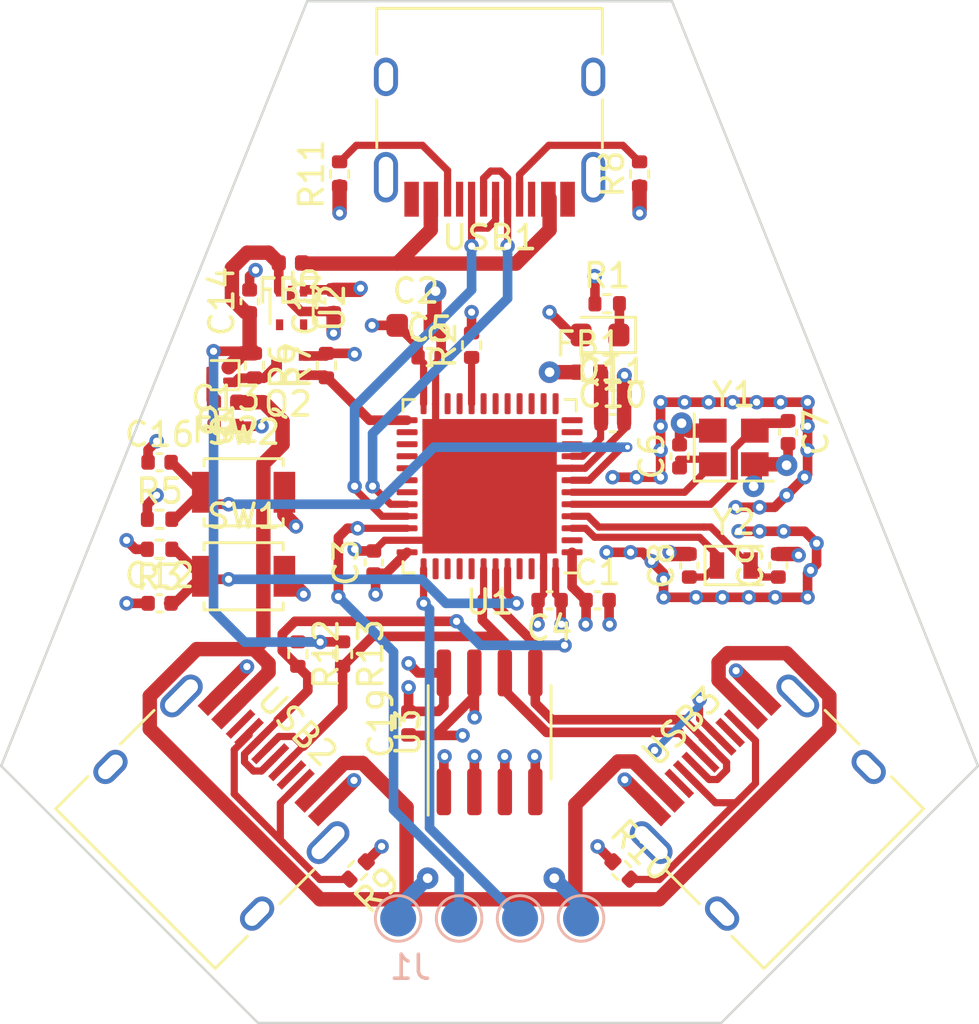
<source format=kicad_pcb>
(kicad_pcb (version 20171130) (host pcbnew "(5.1.10-1-10_14)")
  (title_block (rev 1))
  (layers (0 Front signal) (1 In1.Cu signal hide) (2 In2.Cu signal hide) (31 Back signal) (34 B.Paste user hide) (35 F.Paste user) (36 B.SilkS user hide) (37 F.SilkS user hide) (38 B.Mask user hide) (39 F.Mask user hide) (44 Edge.Cuts user))
  (net 0 "")
  (net 1 GND)
  (net 2 +3V3)
  (net 3 HSE_OUT)
  (net 4 HSE_IN)
  (net 5 LSE_IN)
  (net 6 LSE_OUT)
  (net 7 +3.3VA)
  (net 8 BOOT0)
  (net 9 +5V)
  (net 10 NRST)
  (net 11 SIDE_POWER)
  (net 12 SWCLK)
  (net 13 SWDIO)
  (net 14 "Net-(Q1-Pad1)")
  (net 15 SIDE_SWITCH)
  (net 16 BOOT1)
  (net 17 "Net-(R9-Pad2)")
  (net 18 "Net-(R10-Pad2)")
  (net 19 "Net-(R11-Pad2)")
  (net 20 I2C1_SDA)
  (net 21 I2C1_SCL)
  (net 22 DP)
  (net 23 DN)
  (net 24 "Net-(FB3-Pad1)")
  (net 25 "Net-(R8-Pad2)")
  (net 26 "Net-(C13-Pad1)")
  (net 27 "Net-(D1-Pad1)")
  (module Resistor_SMD:R_0402_1005Metric (layer Front) (at 4.9 -7.6)
    (fp_text reference R1 (at 0 -1.17) (layer F.SilkS))
    (fp_text value 1K)
    (pad 2 smd roundrect (at 0.51 0) (size 0.54 0.64) (layers Front F.Paste F.Mask) (net 27 "Net-(D1-Pad1)"))
    (pad 1 smd roundrect (at -0.51 0) (size 0.54 0.64) (layers Front F.Paste F.Mask) (net 1 GND))
  )
  (module Common:TestPoint_Pads_4x2.54_D1.5mm (layer Back) (at 0 18)
    (fp_text reference J1 (at -3.302 2.032) (layer B.SilkS) (effects (justify mirror)))
    (fp_text value SWD)
    (pad 4 smd circle (at 3.81 0) (size 1.5 1.5) (layers Back B.Mask) (net 2 +3V3))
    (pad 3 smd circle (at 1.27 0) (size 1.5 1.5) (layers Back B.Mask) (net 12 SWCLK))
    (pad 2 smd circle (at -1.27 0) (size 1.5 1.5) (layers Back B.Mask) (net 13 SWDIO))
    (pad 1 smd circle (at -3.81 0) (size 1.5 1.5) (layers Back B.Mask) (net 1 GND))
  )
  (module Resistor_SMD:R_0402_1005Metric (layer Front) (at -6.125 6.99 270)
    (fp_text reference R13 (at 0 -1.17 90) (layer F.SilkS))
    (fp_text value 2.7K)
    (pad 2 smd roundrect (at 0.51 0 270) (size 0.54 0.64) (layers Front F.Paste F.Mask) (net 21 I2C1_SCL))
    (pad 1 smd roundrect (at -0.51 0 270) (size 0.54 0.64) (layers Front F.Paste F.Mask) (net 9 +5V))
  )
  (module Resistor_SMD:R_0402_1005Metric (layer Front) (at -7.99 6.99 270)
    (fp_text reference R12 (at 0 -1.17 90) (layer F.SilkS))
    (fp_text value 2.7K)
    (pad 2 smd roundrect (at 0.51 0 270) (size 0.54 0.64) (layers Front F.Paste F.Mask) (net 20 I2C1_SDA))
    (pad 1 smd roundrect (at -0.51 0 270) (size 0.54 0.64) (layers Front F.Paste F.Mask) (net 9 +5V))
  )
  (module Inductor_SMD:L_0402_1005Metric (layer Front) (at 4.125 -4.75)
    (fp_text reference FB1 (at 0 -1.17) (layer F.SilkS))
    (fp_text value "470 @ 100MHz")
    (pad 2 smd roundrect (at 0.485 0) (size 0.59 0.64) (layers Front F.Paste F.Mask) (net 7 +3.3VA))
    (pad 1 smd roundrect (at -0.485 0) (size 0.59 0.64) (layers Front F.Paste F.Mask) (net 2 +3V3))
  )
  (module Inductor_SMD:L_0402_1005Metric (layer Front) (at -8.3 -9.3 180)
    (fp_text reference FB3 (at 0 -1.17) (layer F.SilkS))
    (fp_text value "470 @ 100MHz")
    (pad 2 smd roundrect (at 0.485 0 180) (size 0.59 0.64) (layers Front F.Paste F.Mask) (net 9 +5V))
    (pad 1 smd roundrect (at -0.485 0 180) (size 0.59 0.64) (layers Front F.Paste F.Mask) (net 24 "Net-(FB3-Pad1)"))
  )
  (module Inductor_SMD:L_0402_1005Metric (layer Front) (at -11 -3.5 180)
    (fp_text reference FB2 (at 0 -1.17) (layer F.SilkS))
    (fp_text value "470 @ 100MHz")
    (pad 2 smd roundrect (at 0.485 0 180) (size 0.59 0.64) (layers Front F.Paste F.Mask) (net 26 "Net-(C13-Pad1)"))
    (pad 1 smd roundrect (at -0.485 0 180) (size 0.59 0.64) (layers Front F.Paste F.Mask) (net 11 SIDE_POWER))
  )
  (module Package_TO_SOT_SMD:SOT-553 (layer Front) (at -8.25 -7.425 270)
    (fp_text reference U2 (at 0 -1.7 90) (layer F.SilkS))
    (fp_text value "SOT-23-3 LDO")
    (pad 4 smd rect (at 0.7 0.5 270) (size 0.45 0.3) (layers Front F.Paste F.Mask))
    (pad 2 smd rect (at -0.7 0 270) (size 0.45 0.3) (layers Front F.Paste F.Mask) (net 2 +3V3))
    (pad 5 smd rect (at 0.7 -0.5 270) (size 0.45 0.3) (layers Front F.Paste F.Mask))
    (pad 3 smd rect (at -0.7 0.5 270) (size 0.45 0.3) (layers Front F.Paste F.Mask) (net 9 +5V))
    (pad 1 smd rect (at -0.7 -0.5 270) (size 0.45 0.3) (layers Front F.Paste F.Mask) (net 1 GND))
  )
  (module Package_TO_SOT_SMD:SOT-723 (layer Front) (at -8.3 -5.025 180)
    (fp_text reference Q2 (at 0.1 -1.6) (layer F.SilkS))
    (fp_text value "Q_NMOS_GSD 1Amp")
    (pad 3 smd rect (at 0.575 0 180) (size 0.45 0.5) (layers Front F.Paste F.Mask) (net 14 "Net-(Q1-Pad1)"))
    (pad 2 smd rect (at -0.575 0.4 180) (size 0.45 0.4) (layers Front F.Paste F.Mask) (net 1 GND))
    (pad 1 smd rect (at -0.575 -0.4 180) (size 0.45 0.4) (layers Front F.Paste F.Mask) (net 15 SIDE_SWITCH))
  )
  (module Package_TO_SOT_SMD:SOT-883 (layer Front) (at -11.25 -4.625 180)
    (fp_text reference Q1 (at 0 -1.905) (layer F.SilkS))
    (fp_text value "Q_PMOS_GSD, -3.6A 0.02R")
    (pad 3 smd roundrect (at 0.35 0 180) (size 0.4 0.7) (layers Front F.Paste F.Mask) (roundrect_rratio 0.125) (net 26 "Net-(C13-Pad1)"))
    (pad 2 smd roundrect (at -0.35 0.225 180) (size 0.4 0.25) (layers Front F.Paste F.Mask) (roundrect_rratio 0.2) (net 9 +5V))
    (pad 1 smd roundrect (at -0.35 -0.225 180) (size 0.4 0.25) (layers Front F.Paste F.Mask) (roundrect_rratio 0.2) (net 14 "Net-(Q1-Pad1)"))
  )
  (module Capacitor_SMD:C_0402_1005Metric (layer Front) (at 5.125 -2.63)
    (fp_text reference C10 (at 0 -1.16) (layer F.SilkS))
    (fp_text value 1u)
    (pad 1 smd roundrect (at -0.48 0) (size 0.56 0.62) (layers Front F.Paste F.Mask) (net 7 +3.3VA))
    (pad 2 smd roundrect (at 0.48 0) (size 0.56 0.62) (layers Front F.Paste F.Mask) (net 1 GND))
  )
  (module Button_Switch_SMD:SW_SPST_B3U-1000P (layer Front) (at -10.25 0.25)
    (fp_text reference SW2 (at 0 -2.5) (layer F.SilkS))
    (fp_text value SW_SPST)
    (pad 2 smd rect (at 1.7 0) (size 0.9 1.7) (layers Front F.Paste F.Mask) (net 1 GND))
    (pad 1 smd rect (at -1.7 0) (size 0.9 1.7) (layers Front F.Paste F.Mask) (net 10 NRST))
  )
  (module Button_Switch_SMD:SW_SPST_B3U-1000P (layer Front) (at -10.25 3.75)
    (fp_text reference SW1 (at 0 -2.5) (layer F.SilkS))
    (fp_text value SW_SPST)
    (pad 2 smd rect (at 1.7 0) (size 0.9 1.7) (layers Front F.Paste F.Mask) (net 2 +3V3))
    (pad 1 smd rect (at -1.7 0) (size 0.9 1.7) (layers Front F.Paste F.Mask) (net 8 BOOT0))
  )
  (module Crystal:Crystal_SMD_2012-2Pin_2.0x1.2mm (layer Front) (at 10.176 3.302)
    (fp_text reference Y2 (at 0 -1.8) (layer F.SilkS))
    (fp_text value "32.768K 7p")
    (pad 2 smd rect (at 0.7 0) (size 0.6 1.1) (layers Front F.Paste F.Mask) (net 6 LSE_OUT))
    (pad 1 smd rect (at -0.7 0) (size 0.6 1.1) (layers Front F.Paste F.Mask) (net 5 LSE_IN))
  )
  (module Crystal:Crystal_SMD_2520-4Pin_2.5x2.0mm (layer Front) (at 10.176 -1.6152)
    (fp_text reference Y1 (at 0 -2.2) (layer F.SilkS))
    (fp_text value "25MHz 9pF")
    (pad 4 smd rect (at -0.875 -0.7) (size 1.15 1) (layers Front F.Paste F.Mask) (net 1 GND))
    (pad 3 smd rect (at 0.875 -0.7) (size 1.15 1) (layers Front F.Paste F.Mask) (net 4 HSE_IN))
    (pad 2 smd rect (at 0.875 0.7) (size 1.15 1) (layers Front F.Paste F.Mask) (net 1 GND))
    (pad 1 smd rect (at -0.875 0.7) (size 1.15 1) (layers Front F.Paste F.Mask) (net 3 HSE_OUT))
  )
  (module Connector_USB:USB_C_Receptacle_HRO_TYPE-C-31-M-12 (layer Front) (at 12 14 45)
    (fp_text reference USB3 (at 0 -5.645 45) (layer F.SilkS))
    (fp_text value USB_C_Receptacle_USB2.0)
    (pad B1 smd rect (at 3.25 -4.045 45) (size 0.6 1.45) (layers Front F.Paste F.Mask) (net 1 GND))
    (pad A9 smd rect (at 2.45 -4.045 45) (size 0.6 1.45) (layers Front F.Paste F.Mask) (net 11 SIDE_POWER))
    (pad B9 smd rect (at -2.45 -4.045 45) (size 0.6 1.45) (layers Front F.Paste F.Mask) (net 11 SIDE_POWER))
    (pad B12 smd rect (at -3.25 -4.045 45) (size 0.6 1.45) (layers Front F.Paste F.Mask) (net 1 GND))
    (pad A1 smd rect (at -3.25 -4.045 45) (size 0.6 1.45) (layers Front F.Paste F.Mask) (net 1 GND))
    (pad A4 smd rect (at -2.45 -4.045 45) (size 0.6 1.45) (layers Front F.Paste F.Mask) (net 11 SIDE_POWER))
    (pad B4 smd rect (at 2.45 -4.045 45) (size 0.6 1.45) (layers Front F.Paste F.Mask) (net 11 SIDE_POWER))
    (pad A12 smd rect (at 3.25 -4.045 45) (size 0.6 1.45) (layers Front F.Paste F.Mask) (net 1 GND))
    (pad B8 smd rect (at -1.75 -4.045 45) (size 0.3 1.45) (layers Front F.Paste F.Mask))
    (pad A5 smd rect (at -1.25 -4.045 45) (size 0.3 1.45) (layers Front F.Paste F.Mask) (net 18 "Net-(R10-Pad2)"))
    (pad B7 smd rect (at -0.75 -4.045 45) (size 0.3 1.45) (layers Front F.Paste F.Mask) (net 20 I2C1_SDA))
    (pad A7 smd rect (at 0.25 -4.045 45) (size 0.3 1.45) (layers Front F.Paste F.Mask) (net 20 I2C1_SDA))
    (pad B6 smd rect (at 0.75 -4.045 45) (size 0.3 1.45) (layers Front F.Paste F.Mask) (net 21 I2C1_SCL))
    (pad A8 smd rect (at 1.25 -4.045 45) (size 0.3 1.45) (layers Front F.Paste F.Mask))
    (pad B5 smd rect (at 1.75 -4.045 45) (size 0.3 1.45) (layers Front F.Paste F.Mask) (net 18 "Net-(R10-Pad2)"))
    (pad A6 smd rect (at -0.25 -4.045 45) (size 0.3 1.45) (layers Front F.Paste F.Mask) (net 21 I2C1_SCL))
    (pad S1 thru_hole oval (at 4.32 -3.13 45) (size 1 2.1) (drill oval 0.6 1.7) (layers *.Cu *.Mask) (net 1 GND))
    (pad S1 thru_hole oval (at -4.32 -3.13 45) (size 1 2.1) (drill oval 0.6 1.7) (layers *.Cu *.Mask) (net 1 GND))
    (pad "" np_thru_hole circle (at -2.89 -2.6 45) (size 0.65 0.65) (drill 0.65) (layers *.Cu *.Mask))
    (pad S1 thru_hole oval (at -4.32 1.05 45) (size 1 1.6) (drill oval 0.6 1.2) (layers *.Cu *.Mask) (net 1 GND))
    (pad "" np_thru_hole circle (at 2.89 -2.6 45) (size 0.65 0.65) (drill 0.65) (layers *.Cu *.Mask))
    (pad S1 thru_hole oval (at 4.32 1.05 45) (size 1 1.6) (drill oval 0.6 1.2) (layers *.Cu *.Mask) (net 1 GND))
  )
  (module Connector_USB:USB_C_Receptacle_HRO_TYPE-C-31-M-12 (layer Front) (at -12 14 315)
    (fp_text reference USB2 (at 0 -5.645 135) (layer F.SilkS))
    (fp_text value USB_C_Receptacle_USB2.0)
    (pad S1 thru_hole oval (at 4.32 1.05 315) (size 1 1.6) (drill oval 0.6 1.2) (layers *.Cu *.Mask) (net 1 GND))
    (pad "" np_thru_hole circle (at 2.89 -2.6 315) (size 0.65 0.65) (drill 0.65) (layers *.Cu *.Mask))
    (pad S1 thru_hole oval (at -4.32 1.05 315) (size 1 1.6) (drill oval 0.6 1.2) (layers *.Cu *.Mask) (net 1 GND))
    (pad "" np_thru_hole circle (at -2.89 -2.6 315) (size 0.65 0.65) (drill 0.65) (layers *.Cu *.Mask))
    (pad S1 thru_hole oval (at -4.32 -3.13 315) (size 1 2.1) (drill oval 0.6 1.7) (layers *.Cu *.Mask) (net 1 GND))
    (pad S1 thru_hole oval (at 4.32 -3.13 315) (size 1 2.1) (drill oval 0.6 1.7) (layers *.Cu *.Mask) (net 1 GND))
    (pad A6 smd rect (at -0.25 -4.045 315) (size 0.3 1.45) (layers Front F.Paste F.Mask) (net 21 I2C1_SCL))
    (pad B5 smd rect (at 1.75 -4.045 315) (size 0.3 1.45) (layers Front F.Paste F.Mask) (net 17 "Net-(R9-Pad2)"))
    (pad A8 smd rect (at 1.25 -4.045 315) (size 0.3 1.45) (layers Front F.Paste F.Mask))
    (pad B6 smd rect (at 0.75 -4.045 315) (size 0.3 1.45) (layers Front F.Paste F.Mask) (net 21 I2C1_SCL))
    (pad A7 smd rect (at 0.25 -4.045 315) (size 0.3 1.45) (layers Front F.Paste F.Mask) (net 20 I2C1_SDA))
    (pad B7 smd rect (at -0.75 -4.045 315) (size 0.3 1.45) (layers Front F.Paste F.Mask) (net 20 I2C1_SDA))
    (pad A5 smd rect (at -1.25 -4.045 315) (size 0.3 1.45) (layers Front F.Paste F.Mask) (net 17 "Net-(R9-Pad2)"))
    (pad B8 smd rect (at -1.75 -4.045 315) (size 0.3 1.45) (layers Front F.Paste F.Mask))
    (pad A12 smd rect (at 3.25 -4.045 315) (size 0.6 1.45) (layers Front F.Paste F.Mask) (net 1 GND))
    (pad B4 smd rect (at 2.45 -4.045 315) (size 0.6 1.45) (layers Front F.Paste F.Mask) (net 11 SIDE_POWER))
    (pad A4 smd rect (at -2.45 -4.045 315) (size 0.6 1.45) (layers Front F.Paste F.Mask) (net 11 SIDE_POWER))
    (pad A1 smd rect (at -3.25 -4.045 315) (size 0.6 1.45) (layers Front F.Paste F.Mask) (net 1 GND))
    (pad B12 smd rect (at -3.25 -4.045 315) (size 0.6 1.45) (layers Front F.Paste F.Mask) (net 1 GND))
    (pad B9 smd rect (at -2.45 -4.045 315) (size 0.6 1.45) (layers Front F.Paste F.Mask) (net 11 SIDE_POWER))
    (pad A9 smd rect (at 2.45 -4.045 315) (size 0.6 1.45) (layers Front F.Paste F.Mask) (net 11 SIDE_POWER))
    (pad B1 smd rect (at 3.25 -4.045 315) (size 0.6 1.45) (layers Front F.Paste F.Mask) (net 1 GND))
  )
  (module Connector_USB:USB_C_Receptacle_HRO_TYPE-C-31-M-12 (layer Front) (at 0 -16 180)
    (fp_text reference USB1 (at 0 -5.645) (layer F.SilkS))
    (fp_text value USB_C_Receptacle_USB2.0)
    (pad B1 smd rect (at 3.25 -4.045 180) (size 0.6 1.45) (layers Front F.Paste F.Mask) (net 1 GND))
    (pad A9 smd rect (at 2.45 -4.045 180) (size 0.6 1.45) (layers Front F.Paste F.Mask) (net 24 "Net-(FB3-Pad1)"))
    (pad B9 smd rect (at -2.45 -4.045 180) (size 0.6 1.45) (layers Front F.Paste F.Mask) (net 24 "Net-(FB3-Pad1)"))
    (pad B12 smd rect (at -3.25 -4.045 180) (size 0.6 1.45) (layers Front F.Paste F.Mask) (net 1 GND))
    (pad A1 smd rect (at -3.25 -4.045 180) (size 0.6 1.45) (layers Front F.Paste F.Mask) (net 1 GND))
    (pad A4 smd rect (at -2.45 -4.045 180) (size 0.6 1.45) (layers Front F.Paste F.Mask) (net 24 "Net-(FB3-Pad1)"))
    (pad B4 smd rect (at 2.45 -4.045 180) (size 0.6 1.45) (layers Front F.Paste F.Mask) (net 24 "Net-(FB3-Pad1)"))
    (pad A12 smd rect (at 3.25 -4.045 180) (size 0.6 1.45) (layers Front F.Paste F.Mask) (net 1 GND))
    (pad B8 smd rect (at -1.75 -4.045 180) (size 0.3 1.45) (layers Front F.Paste F.Mask))
    (pad A5 smd rect (at -1.25 -4.045 180) (size 0.3 1.45) (layers Front F.Paste F.Mask) (net 25 "Net-(R8-Pad2)"))
    (pad B7 smd rect (at -0.75 -4.045 180) (size 0.3 1.45) (layers Front F.Paste F.Mask) (net 23 DN))
    (pad A7 smd rect (at 0.25 -4.045 180) (size 0.3 1.45) (layers Front F.Paste F.Mask) (net 23 DN))
    (pad B6 smd rect (at 0.75 -4.045 180) (size 0.3 1.45) (layers Front F.Paste F.Mask) (net 22 DP))
    (pad A8 smd rect (at 1.25 -4.045 180) (size 0.3 1.45) (layers Front F.Paste F.Mask))
    (pad B5 smd rect (at 1.75 -4.045 180) (size 0.3 1.45) (layers Front F.Paste F.Mask) (net 19 "Net-(R11-Pad2)"))
    (pad A6 smd rect (at -0.25 -4.045 180) (size 0.3 1.45) (layers Front F.Paste F.Mask) (net 22 DP))
    (pad S1 thru_hole oval (at 4.32 -3.13 180) (size 1 2.1) (drill oval 0.6 1.7) (layers *.Cu *.Mask) (net 1 GND))
    (pad S1 thru_hole oval (at -4.32 -3.13 180) (size 1 2.1) (drill oval 0.6 1.7) (layers *.Cu *.Mask) (net 1 GND))
    (pad "" np_thru_hole circle (at -2.89 -2.6 180) (size 0.65 0.65) (drill 0.65) (layers *.Cu *.Mask))
    (pad S1 thru_hole oval (at -4.32 1.05 180) (size 1 1.6) (drill oval 0.6 1.2) (layers *.Cu *.Mask) (net 1 GND))
    (pad "" np_thru_hole circle (at 2.89 -2.6 180) (size 0.65 0.65) (drill 0.65) (layers *.Cu *.Mask))
    (pad S1 thru_hole oval (at 4.32 1.05 180) (size 1 1.6) (drill oval 0.6 1.2) (layers *.Cu *.Mask) (net 1 GND))
  )
  (module Package_SO:SOIC-8_3.9x4.9mm_P1.27mm (layer Front) (at 0 10.25 90)
    (fp_text reference U3 (at 0 -3.4 90) (layer F.SilkS))
    (fp_text value 24LC256)
    (pad 8 smd roundrect (at 2.475 -1.905 90) (size 1.95 0.6) (layers Front F.Paste F.Mask) (net 2 +3V3))
    (pad 7 smd roundrect (at 2.475 -0.635 90) (size 1.95 0.6) (layers Front F.Paste F.Mask) (net 1 GND))
    (pad 6 smd roundrect (at 2.475 0.635 90) (size 1.95 0.6) (layers Front F.Paste F.Mask) (net 21 I2C1_SCL))
    (pad 5 smd roundrect (at 2.475 1.905 90) (size 1.95 0.6) (layers Front F.Paste F.Mask) (net 20 I2C1_SDA))
    (pad 4 smd roundrect (at -2.475 1.905 90) (size 1.95 0.6) (layers Front F.Paste F.Mask) (net 1 GND))
    (pad 3 smd roundrect (at -2.475 0.635 90) (size 1.95 0.6) (layers Front F.Paste F.Mask) (net 1 GND))
    (pad 2 smd roundrect (at -2.475 -0.635 90) (size 1.95 0.6) (layers Front F.Paste F.Mask) (net 1 GND))
    (pad 1 smd roundrect (at -2.475 -1.905 90) (size 1.95 0.6) (layers Front F.Paste F.Mask) (net 1 GND))
  )
  (module Package_DFN_QFN:QFN-48-1EP_7x7mm_P0.5mm_EP5.6x5.6mm (layer Front) (at 0 0 180)
    (fp_text reference U1 (at 0 -4.82) (layer F.SilkS))
    (fp_text value STM32F411CEUx)
    (pad 49 smd rect (at 0 0 180) (size 5.6 5.6) (layers Front F.Mask) (net 1 GND))
    (pad 48 smd roundrect (at -2.75 -3.4375 180) (size 0.25 0.875) (layers Front F.Paste F.Mask) (net 2 +3V3))
    (pad 47 smd roundrect (at -2.25 -3.4375 180) (size 0.25 0.875) (layers Front F.Paste F.Mask) (net 1 GND))
    (pad 46 smd roundrect (at -1.75 -3.4375 180) (size 0.25 0.875) (layers Front F.Paste F.Mask))
    (pad 45 smd roundrect (at -1.25 -3.4375 180) (size 0.25 0.875) (layers Front F.Paste F.Mask))
    (pad 44 smd roundrect (at -0.75 -3.4375 180) (size 0.25 0.875) (layers Front F.Paste F.Mask) (net 8 BOOT0))
    (pad 43 smd roundrect (at -0.25 -3.4375 180) (size 0.25 0.875) (layers Front F.Paste F.Mask) (net 20 I2C1_SDA))
    (pad 42 smd roundrect (at 0.25 -3.4375 180) (size 0.25 0.875) (layers Front F.Paste F.Mask) (net 21 I2C1_SCL))
    (pad 41 smd roundrect (at 0.75 -3.4375 180) (size 0.25 0.875) (layers Front F.Paste F.Mask))
    (pad 40 smd roundrect (at 1.25 -3.4375 180) (size 0.25 0.875) (layers Front F.Paste F.Mask))
    (pad 39 smd roundrect (at 1.75 -3.4375 180) (size 0.25 0.875) (layers Front F.Paste F.Mask))
    (pad 38 smd roundrect (at 2.25 -3.4375 180) (size 0.25 0.875) (layers Front F.Paste F.Mask))
    (pad 37 smd roundrect (at 2.75 -3.4375 180) (size 0.25 0.875) (layers Front F.Paste F.Mask) (net 12 SWCLK))
    (pad 36 smd roundrect (at 3.4375 -2.75 180) (size 0.875 0.25) (layers Front F.Paste F.Mask) (net 2 +3V3))
    (pad 35 smd roundrect (at 3.4375 -2.25 180) (size 0.875 0.25) (layers Front F.Paste F.Mask) (net 1 GND))
    (pad 34 smd roundrect (at 3.4375 -1.75 180) (size 0.875 0.25) (layers Front F.Paste F.Mask) (net 13 SWDIO))
    (pad 33 smd roundrect (at 3.4375 -1.25 180) (size 0.875 0.25) (layers Front F.Paste F.Mask) (net 22 DP))
    (pad 32 smd roundrect (at 3.4375 -0.75 180) (size 0.875 0.25) (layers Front F.Paste F.Mask) (net 23 DN))
    (pad 31 smd roundrect (at 3.4375 -0.25 180) (size 0.875 0.25) (layers Front F.Paste F.Mask))
    (pad 30 smd roundrect (at 3.4375 0.25 180) (size 0.875 0.25) (layers Front F.Paste F.Mask))
    (pad 29 smd roundrect (at 3.4375 0.75 180) (size 0.875 0.25) (layers Front F.Paste F.Mask))
    (pad 28 smd roundrect (at 3.4375 1.25 180) (size 0.875 0.25) (layers Front F.Paste F.Mask))
    (pad 27 smd roundrect (at 3.4375 1.75 180) (size 0.875 0.25) (layers Front F.Paste F.Mask))
    (pad 26 smd roundrect (at 3.4375 2.25 180) (size 0.875 0.25) (layers Front F.Paste F.Mask))
    (pad 25 smd roundrect (at 3.4375 2.75 180) (size 0.875 0.25) (layers Front F.Paste F.Mask) (net 15 SIDE_SWITCH))
    (pad 24 smd roundrect (at 2.75 3.4375 180) (size 0.25 0.875) (layers Front F.Paste F.Mask) (net 2 +3V3))
    (pad 23 smd roundrect (at 2.25 3.4375 180) (size 0.25 0.875) (layers Front F.Paste F.Mask) (net 1 GND))
    (pad 22 smd roundrect (at 1.75 3.4375 180) (size 0.25 0.875) (layers Front F.Paste F.Mask))
    (pad 21 smd roundrect (at 1.25 3.4375 180) (size 0.25 0.875) (layers Front F.Paste F.Mask))
    (pad 20 smd roundrect (at 0.75 3.4375 180) (size 0.25 0.875) (layers Front F.Paste F.Mask) (net 16 BOOT1))
    (pad 19 smd roundrect (at 0.25 3.4375 180) (size 0.25 0.875) (layers Front F.Paste F.Mask))
    (pad 18 smd roundrect (at -0.25 3.4375 180) (size 0.25 0.875) (layers Front F.Paste F.Mask))
    (pad 17 smd roundrect (at -0.75 3.4375 180) (size 0.25 0.875) (layers Front F.Paste F.Mask))
    (pad 16 smd roundrect (at -1.25 3.4375 180) (size 0.25 0.875) (layers Front F.Paste F.Mask))
    (pad 15 smd roundrect (at -1.75 3.4375 180) (size 0.25 0.875) (layers Front F.Paste F.Mask))
    (pad 14 smd roundrect (at -2.25 3.4375 180) (size 0.25 0.875) (layers Front F.Paste F.Mask))
    (pad 13 smd roundrect (at -2.75 3.4375 180) (size 0.25 0.875) (layers Front F.Paste F.Mask))
    (pad 12 smd roundrect (at -3.4375 2.75 180) (size 0.875 0.25) (layers Front F.Paste F.Mask))
    (pad 11 smd roundrect (at -3.4375 2.25 180) (size 0.875 0.25) (layers Front F.Paste F.Mask))
    (pad 10 smd roundrect (at -3.4375 1.75 180) (size 0.875 0.25) (layers Front F.Paste F.Mask))
    (pad 9 smd roundrect (at -3.4375 1.25 180) (size 0.875 0.25) (layers Front F.Paste F.Mask) (net 7 +3.3VA))
    (pad 8 smd roundrect (at -3.4375 0.75 180) (size 0.875 0.25) (layers Front F.Paste F.Mask) (net 1 GND))
    (pad 7 smd roundrect (at -3.4375 0.25 180) (size 0.875 0.25) (layers Front F.Paste F.Mask) (net 10 NRST))
    (pad 6 smd roundrect (at -3.4375 -0.25 180) (size 0.875 0.25) (layers Front F.Paste F.Mask) (net 3 HSE_OUT))
    (pad 5 smd roundrect (at -3.4375 -0.75 180) (size 0.875 0.25) (layers Front F.Paste F.Mask) (net 4 HSE_IN))
    (pad 4 smd roundrect (at -3.4375 -1.25 180) (size 0.875 0.25) (layers Front F.Paste F.Mask) (net 6 LSE_OUT))
    (pad 3 smd roundrect (at -3.4375 -1.75 180) (size 0.875 0.25) (layers Front F.Paste F.Mask) (net 5 LSE_IN))
    (pad 2 smd roundrect (at -3.4375 -2.25 180) (size 0.875 0.25) (layers Front F.Paste F.Mask))
    (pad 1 smd roundrect (at -3.4375 -2.75 180) (size 0.875 0.25) (layers Front F.Paste F.Mask) (net 2 +3V3))
  )
  (module Resistor_SMD:R_0402_1005Metric (layer Front) (at -6.25 -13 90)
    (fp_text reference R11 (at 0 -1.17 90) (layer F.SilkS))
    (fp_text value 5.1K)
    (pad 2 smd roundrect (at 0.51 0 90) (size 0.54 0.64) (layers Front F.Paste F.Mask) (net 19 "Net-(R11-Pad2)"))
    (pad 1 smd roundrect (at -0.51 0 90) (size 0.54 0.64) (layers Front F.Paste F.Mask) (net 1 GND))
  )
  (module Resistor_SMD:R_0402_1005Metric (layer Front) (at 5.5 16 315)
    (fp_text reference R10 (at 0 -1.17 135) (layer F.SilkS))
    (fp_text value 200k)
    (pad 2 smd roundrect (at 0.51 0 315) (size 0.54 0.64) (layers Front F.Paste F.Mask) (net 18 "Net-(R10-Pad2)"))
    (pad 1 smd roundrect (at -0.51 0 315) (size 0.54 0.64) (layers Front F.Paste F.Mask) (net 1 GND))
  )
  (module Resistor_SMD:R_0402_1005Metric (layer Front) (at -5.5 16 225)
    (fp_text reference R9 (at 0 -1.17 45) (layer F.SilkS))
    (fp_text value 200k)
    (pad 2 smd roundrect (at 0.51 0 225) (size 0.54 0.64) (layers Front F.Paste F.Mask) (net 17 "Net-(R9-Pad2)"))
    (pad 1 smd roundrect (at -0.51 0 225) (size 0.54 0.64) (layers Front F.Paste F.Mask) (net 1 GND))
  )
  (module Resistor_SMD:R_0402_1005Metric (layer Front) (at 6.25 -13 90)
    (fp_text reference R8 (at 0 -1.17 90) (layer F.SilkS))
    (fp_text value 5.1K)
    (pad 2 smd roundrect (at 0.51 0 90) (size 0.54 0.64) (layers Front F.Paste F.Mask) (net 25 "Net-(R8-Pad2)"))
    (pad 1 smd roundrect (at -0.51 0 90) (size 0.54 0.64) (layers Front F.Paste F.Mask) (net 1 GND))
  )
  (module Resistor_SMD:R_0402_1005Metric (layer Front) (at -6.8 -5.025 90)
    (fp_text reference R7 (at 0 -1.17 90) (layer F.SilkS))
    (fp_text value 10k)
    (pad 2 smd roundrect (at 0.51 0 90) (size 0.54 0.64) (layers Front F.Paste F.Mask) (net 1 GND))
    (pad 1 smd roundrect (at -0.51 0 90) (size 0.54 0.64) (layers Front F.Paste F.Mask) (net 15 SIDE_SWITCH))
  )
  (module Resistor_SMD:R_0402_1005Metric (layer Front) (at -9.8 -5.025 270)
    (fp_text reference R6 (at 0 -1.17 90) (layer F.SilkS))
    (fp_text value 10k)
    (pad 2 smd roundrect (at 0.51 0 270) (size 0.54 0.64) (layers Front F.Paste F.Mask) (net 14 "Net-(Q1-Pad1)"))
    (pad 1 smd roundrect (at -0.51 0 270) (size 0.54 0.64) (layers Front F.Paste F.Mask) (net 9 +5V))
  )
  (module Resistor_SMD:R_0402_1005Metric (layer Front) (at -13.75 1.375)
    (fp_text reference R5 (at 0 -1.17) (layer F.SilkS))
    (fp_text value 10k)
    (pad 2 smd roundrect (at 0.51 0) (size 0.54 0.64) (layers Front F.Paste F.Mask) (net 10 NRST))
    (pad 1 smd roundrect (at -0.51 0) (size 0.54 0.64) (layers Front F.Paste F.Mask) (net 2 +3V3))
  )
  (module Resistor_SMD:R_0402_1005Metric (layer Front) (at -13.75 2.625 180)
    (fp_text reference R3 (at 0 -1.17) (layer F.SilkS))
    (fp_text value 10k)
    (pad 2 smd roundrect (at 0.51 0 180) (size 0.54 0.64) (layers Front F.Paste F.Mask) (net 1 GND))
    (pad 1 smd roundrect (at -0.51 0 180) (size 0.54 0.64) (layers Front F.Paste F.Mask) (net 8 BOOT0))
  )
  (module Resistor_SMD:R_0402_1005Metric (layer Front) (at -0.75 -5.875 90)
    (fp_text reference R2 (at 0 -1.17 90) (layer F.SilkS))
    (fp_text value 10k)
    (pad 2 smd roundrect (at 0.51 0 90) (size 0.54 0.64) (layers Front F.Paste F.Mask) (net 1 GND))
    (pad 1 smd roundrect (at -0.51 0 90) (size 0.54 0.64) (layers Front F.Paste F.Mask) (net 16 BOOT1))
  )
  (module LED_SMD:LED_0603_1608Metric (layer Front) (at 4.6 -6.3 180)
    (fp_text reference D1 (at 0 -1.43) (layer F.SilkS))
    (fp_text value "Red LED")
    (pad 2 smd roundrect (at 0.7875 0 180) (size 0.875 0.95) (layers Front F.Paste F.Mask) (net 2 +3V3))
    (pad 1 smd roundrect (at -0.7875 0 180) (size 0.875 0.95) (layers Front F.Paste F.Mask) (net 27 "Net-(D1-Pad1)"))
  )
  (module Capacitor_SMD:C_0402_1005Metric (layer Front) (at -3.375 9.875 90)
    (fp_text reference C19 (at 0 -1.16 90) (layer F.SilkS))
    (fp_text value 100n)
    (pad 2 smd roundrect (at 0.48 0 90) (size 0.56 0.62) (layers Front F.Paste F.Mask) (net 2 +3V3))
    (pad 1 smd roundrect (at -0.48 0 90) (size 0.56 0.62) (layers Front F.Paste F.Mask) (net 1 GND))
  )
  (module Capacitor_SMD:C_0402_1005Metric (layer Front) (at -13.75 -1)
    (fp_text reference C16 (at 0 -1.16) (layer F.SilkS))
    (fp_text value 100n)
    (pad 2 smd roundrect (at 0.48 0) (size 0.56 0.62) (layers Front F.Paste F.Mask) (net 10 NRST))
    (pad 1 smd roundrect (at -0.48 0) (size 0.56 0.62) (layers Front F.Paste F.Mask) (net 1 GND))
  )
  (module Capacitor_SMD:C_0402_1005Metric (layer Front) (at -6.5 -7.7 90)
    (fp_text reference C15 (at 0 -1.16 90) (layer F.SilkS))
    (fp_text value 1u)
    (pad 2 smd roundrect (at 0.48 0 90) (size 0.56 0.62) (layers Front F.Paste F.Mask) (net 1 GND))
    (pad 1 smd roundrect (at -0.48 0 90) (size 0.56 0.62) (layers Front F.Paste F.Mask) (net 2 +3V3))
  )
  (module Capacitor_SMD:C_0402_1005Metric (layer Front) (at -10 -7.7 90)
    (fp_text reference C14 (at 0 -1.16 90) (layer F.SilkS))
    (fp_text value 1u)
    (pad 2 smd roundrect (at 0.48 0 90) (size 0.56 0.62) (layers Front F.Paste F.Mask) (net 1 GND))
    (pad 1 smd roundrect (at -0.48 0 90) (size 0.56 0.62) (layers Front F.Paste F.Mask) (net 9 +5V))
  )
  (module Capacitor_SMD:C_0402_1005Metric (layer Front) (at -11 -2.5)
    (fp_text reference C13 (at 0 -1.16) (layer F.SilkS))
    (fp_text value 100p)
    (pad 2 smd roundrect (at 0.48 0) (size 0.56 0.62) (layers Front F.Paste F.Mask) (net 1 GND))
    (pad 1 smd roundrect (at -0.48 0) (size 0.56 0.62) (layers Front F.Paste F.Mask) (net 26 "Net-(C13-Pad1)"))
  )
  (module Capacitor_SMD:C_0402_1005Metric (layer Front) (at -13.75 4.875)
    (fp_text reference C12 (at 0 -1.16) (layer F.SilkS))
    (fp_text value 100n)
    (pad 2 smd roundrect (at 0.48 0) (size 0.56 0.62) (layers Front F.Paste F.Mask) (net 8 BOOT0))
    (pad 1 smd roundrect (at -0.48 0) (size 0.56 0.62) (layers Front F.Paste F.Mask) (net 1 GND))
  )
  (module Capacitor_SMD:C_0402_1005Metric (layer Front) (at 5.125 -3.63)
    (fp_text reference C11 (at 0 -1.16) (layer F.SilkS))
    (fp_text value 100n)
    (pad 2 smd roundrect (at 0.48 0) (size 0.56 0.62) (layers Front F.Paste F.Mask) (net 1 GND))
    (pad 1 smd roundrect (at -0.48 0) (size 0.56 0.62) (layers Front F.Paste F.Mask) (net 7 +3.3VA))
  )
  (module Capacitor_SMD:C_0402_1005Metric (layer Front) (at 12.0302 3.302 90)
    (fp_text reference C9 (at 0 -1.16 90) (layer F.SilkS))
    (fp_text value 2.7p)
    (pad 2 smd roundrect (at 0.48 0 90) (size 0.56 0.62) (layers Front F.Paste F.Mask) (net 1 GND))
    (pad 1 smd roundrect (at -0.48 0 90) (size 0.56 0.62) (layers Front F.Paste F.Mask) (net 6 LSE_OUT))
  )
  (module Capacitor_SMD:C_0402_1005Metric (layer Front) (at 8.3218 3.302 90)
    (fp_text reference C8 (at 0 -1.16 90) (layer F.SilkS))
    (fp_text value 2.7p)
    (pad 2 smd roundrect (at 0.48 0 90) (size 0.56 0.62) (layers Front F.Paste F.Mask) (net 1 GND))
    (pad 1 smd roundrect (at -0.48 0 90) (size 0.56 0.62) (layers Front F.Paste F.Mask) (net 5 LSE_IN))
  )
  (module Capacitor_SMD:C_0402_1005Metric (layer Front) (at 12.4366 -2.25 270)
    (fp_text reference C7 (at 0 -1.16 90) (layer F.SilkS))
    (fp_text value 6.8p)
    (pad 2 smd roundrect (at 0.48 0 270) (size 0.56 0.62) (layers Front F.Paste F.Mask) (net 1 GND))
    (pad 1 smd roundrect (at -0.48 0 270) (size 0.56 0.62) (layers Front F.Paste F.Mask) (net 4 HSE_IN))
  )
  (module Capacitor_SMD:C_0402_1005Metric (layer Front) (at 7.9154 -1.25 90)
    (fp_text reference C6 (at 0 -1.16 90) (layer F.SilkS))
    (fp_text value 6.8p)
    (pad 2 smd roundrect (at 0.48 0 90) (size 0.56 0.62) (layers Front F.Paste F.Mask) (net 1 GND))
    (pad 1 smd roundrect (at -0.48 0 90) (size 0.56 0.62) (layers Front F.Paste F.Mask) (net 3 HSE_OUT))
  )
  (module Capacitor_SMD:C_0402_1005Metric (layer Front) (at -2.5 -5.38)
    (fp_text reference C5 (at 0 -1.16) (layer F.SilkS))
    (fp_text value 100n)
    (pad 2 smd roundrect (at 0.48 0) (size 0.56 0.62) (layers Front F.Paste F.Mask) (net 1 GND))
    (pad 1 smd roundrect (at -0.48 0) (size 0.56 0.62) (layers Front F.Paste F.Mask) (net 2 +3V3))
  )
  (module Capacitor_SMD:C_0402_1005Metric (layer Front) (at 2.5 4.75 180)
    (fp_text reference C4 (at 0 -1.16) (layer F.SilkS))
    (fp_text value 100n)
    (pad 2 smd roundrect (at 0.48 0 180) (size 0.56 0.62) (layers Front F.Paste F.Mask) (net 1 GND))
    (pad 1 smd roundrect (at -0.48 0 180) (size 0.56 0.62) (layers Front F.Paste F.Mask) (net 2 +3V3))
  )
  (module Capacitor_SMD:C_0402_1005Metric (layer Front) (at -4.826 3.175 90)
    (fp_text reference C3 (at 0 -1.16 90) (layer F.SilkS))
    (fp_text value 100n)
    (pad 2 smd roundrect (at 0.48 0 90) (size 0.56 0.62) (layers Front F.Paste F.Mask) (net 1 GND))
    (pad 1 smd roundrect (at -0.48 0 90) (size 0.56 0.62) (layers Front F.Paste F.Mask) (net 2 +3V3))
  )
  (module Capacitor_SMD:C_0603_1608Metric (layer Front) (at -3.075 -6.7)
    (fp_text reference C2 (at 0 -1.43) (layer F.SilkS))
    (fp_text value 10u)
    (pad 2 smd roundrect (at 0.775 0) (size 0.9 0.95) (layers Front F.Paste F.Mask) (net 1 GND))
    (pad 1 smd roundrect (at -0.775 0) (size 0.9 0.95) (layers Front F.Paste F.Mask) (net 2 +3V3))
  )
  (module Capacitor_SMD:C_0402_1005Metric (layer Front) (at 4.5 4.75)
    (fp_text reference C1 (at 0 -1.16) (layer F.SilkS))
    (fp_text value 100n)
    (pad 1 smd roundrect (at -0.48 0) (size 0.56 0.62) (layers Front F.Paste F.Mask) (net 2 +3V3))
    (pad 2 smd roundrect (at 0.48 0) (size 0.56 0.62) (layers Front F.Paste F.Mask) (net 1 GND))
  )
  (gr_line (start -9.65 22.35) (end 9.65 22.35) (layer Edge.Cuts) (width 0.1))
  (gr_line (start -20.35 11.65) (end -7.6 -20.2) (layer Edge.Cuts) (width 0.1))
  (gr_line (start 7.6 -20.2) (end 20.35 11.65) (layer Edge.Cuts) (width 0.1))
  (gr_line (start 9.65 22.35) (end 20.35 11.65) (layer Edge.Cuts) (width 0.1))
  (gr_line (start -7.6 -20.2) (end 7.6 -20.2) (layer Edge.Cuts) (width 0.1))
  (gr_line (start -20.35 11.65) (end -9.65 22.35) (layer Edge.Cuts) (width 0.1))
  (via (at 5.125 -0.375) (size 0.6) (drill 0.3) (layers Front Back) (net 1))
  (via (at 7.125 -0.375) (size 0.6) (drill 0.3) (layers Front Back) (net 1))
  (via (at 7.125 -1.5) (size 0.6) (drill 0.3) (layers Front Back) (net 1))
  (via (at 7.125 -2.5) (size 0.6) (drill 0.3) (layers Front Back) (net 1))
  (via (at 8.125 -3.5) (size 0.6) (drill 0.3) (layers Front Back) (net 1))
  (via (at 9.125 -3.5) (size 0.6) (drill 0.3) (layers Front Back) (net 1))
  (via (at 7.125 -3.5) (size 0.6) (drill 0.3) (layers Front Back) (net 1))
  (via (at 10.125 -3.5) (size 0.6) (drill 0.3) (layers Front Back) (net 1))
  (via (at 6.125 -0.375) (size 0.6) (drill 0.3) (layers Front Back) (net 1))
  (via (at 11.125 -3.5) (size 0.6) (drill 0.3) (layers Front Back) (net 1))
  (via (at 12.125 -3.5) (size 0.6) (drill 0.3) (layers Front Back) (net 1))
  (via (at 13.25 -3.5) (size 0.6) (drill 0.3) (layers Front Back) (net 1))
  (via (at 13.25 -2.5) (size 0.6) (drill 0.3) (layers Front Back) (net 1))
  (via (at 13.125 -0.375) (size 0.6) (drill 0.3) (layers Front Back) (net 1))
  (via (at 13.25 -1.5) (size 0.6) (drill 0.3) (layers Front Back) (net 1))
  (via (at 10.25 0.875) (size 0.6) (drill 0.3) (layers Front Back) (net 1))
  (via (at 11.25 0.875) (size 0.6) (drill 0.3) (layers Front Back) (net 1))
  (via (at 12.375 0.375) (size 0.6) (drill 0.3) (layers Front Back) (net 1))
  (via (at 7.25 4.625) (size 0.6) (drill 0.3) (layers Front Back) (net 1))
  (via (at 8.6 4.625) (size 0.6) (drill 0.3) (layers Front Back) (net 1))
  (via (at 9.7 4.625) (size 0.6) (drill 0.3) (layers Front Back) (net 1))
  (via (at 10.8 4.625) (size 0.6) (drill 0.3) (layers Front Back) (net 1))
  (via (at 13.25 4.625) (size 0.6) (drill 0.3) (layers Front Back) (net 1))
  (via (at 11.9 4.625) (size 0.6) (drill 0.3) (layers Front Back) (net 1))
  (via (at 13.375 3.5) (size 0.6) (drill 0.3) (layers Front Back) (net 1))
  (via (at 13.625 2.375) (size 0.6) (drill 0.3) (layers Front Back) (net 1))
  (via (at 11.25 1.875) (size 0.6) (drill 0.3) (layers Front Back) (net 1))
  (via (at 12.25 1.875) (size 0.6) (drill 0.3) (layers Front Back) (net 1))
  (via (at 11 0) (size 0.9) (drill 0.4) (layers Front Back) (net 1))
  (segment (start 11.051 -0.051) (end 11 0) (width 0.6) (layer Front) (net 1))
  (segment (start 11.051 -0.9152) (end 11.051 -0.051) (width 0.6) (layer Front) (net 1))
  (segment (start 5.625 -2.396118) (end 5.625 -2.625) (width 0.3) (layer Front) (net 1))
  (segment (start 5.125 -0.375) (end 7.125 -0.375) (width 0.4) (layer Front) (net 1))
  (segment (start 7.125 -3.5) (end 7.125 -0.375) (width 0.4) (layer Front) (net 1))
  (segment (start 7.125 -3.5) (end 13.25 -3.5) (width 0.4) (layer Front) (net 1))
  (segment (start 13.25 -0.5) (end 13.125 -0.375) (width 0.4) (layer Front) (net 1))
  (segment (start 13.25 -3.5) (end 13.25 -0.5) (width 0.4) (layer Front) (net 1))
  (segment (start 13.125 -0.375) (end 12.375 0.375) (width 0.4) (layer Front) (net 1))
  (segment (start 11.875 0.875) (end 12.375 0.375) (width 0.4) (layer Front) (net 1))
  (segment (start 10.25 0.875) (end 11.875 0.875) (width 0.4) (layer Front) (net 1))
  (via (at 12.875 2.875) (size 0.6) (drill 0.3) (layers Front Back) (net 1))
  (segment (start 12.822 2.822) (end 12.875 2.875) (width 0.6) (layer Front) (net 1))
  (segment (start 12.0302 2.822) (end 12.822 2.822) (width 0.6) (layer Front) (net 1))
  (via (at 7.5 2.75) (size 0.6) (drill 0.3) (layers Front Back) (net 1))
  (segment (start 7.572 2.822) (end 7.5 2.75) (width 0.6) (layer Front) (net 1))
  (segment (start 8.3218 2.822) (end 7.572 2.822) (width 0.6) (layer Front) (net 1))
  (via (at 7.25 3.875) (size 0.6) (drill 0.3) (layers Front Back) (net 1))
  (via (at 4.875 2.75) (size 0.6) (drill 0.3) (layers Front Back) (net 1))
  (via (at 6.75 3.125) (size 0.6) (drill 0.3) (layers Front Back) (net 1))
  (segment (start 7.25 3.625) (end 6.75 3.125) (width 0.4) (layer Front) (net 1))
  (segment (start 7.25 3.875) (end 7.25 3.625) (width 0.4) (layer Front) (net 1))
  (segment (start 7.25 4.625) (end 7.25 3.875) (width 0.4) (layer Front) (net 1))
  (segment (start 7.25 4.625) (end 13.25 4.625) (width 0.4) (layer Front) (net 1))
  (segment (start 13.25 3.625) (end 13.375 3.5) (width 0.4) (layer Front) (net 1))
  (segment (start 13.25 4.625) (end 13.25 3.625) (width 0.4) (layer Front) (net 1))
  (segment (start 13.125 1.875) (end 13.625 2.375) (width 0.4) (layer Front) (net 1))
  (segment (start 11.25 1.875) (end 13.125 1.875) (width 0.4) (layer Front) (net 1))
  (segment (start 13.625 3.25) (end 13.375 3.5) (width 0.4) (layer Front) (net 1))
  (segment (start 13.625 2.375) (end 13.625 3.25) (width 0.4) (layer Front) (net 1))
  (via (at 5.875 2.75) (size 0.6) (drill 0.3) (layers Front Back) (net 1))
  (segment (start 4.875 2.75) (end 5.875 2.75) (width 0.4) (layer Front) (net 1))
  (segment (start 6.375 2.75) (end 6.75 3.125) (width 0.4) (layer Front) (net 1))
  (segment (start 5.875 2.75) (end 6.375 2.75) (width 0.4) (layer Front) (net 1))
  (via (at 10.375 1.875) (size 0.6) (drill 0.3) (layers Front Back) (net 1))
  (segment (start 10.375 1.875) (end 11.25 1.875) (width 0.4) (layer Front) (net 1))
  (via (at 8 -2.625) (size 0.9) (drill 0.4) (layers Front Back) (net 1))
  (via (at 12.375 -0.875) (size 0.9) (drill 0.4) (layers Front Back) (net 1))
  (segment (start 8.3098 -2.3152) (end 8 -2.625) (width 0.6) (layer Front) (net 1))
  (segment (start 9.301 -2.3152) (end 8.3098 -2.3152) (width 0.6) (layer Front) (net 1))
  (segment (start 12.3348 -0.9152) (end 12.375 -0.875) (width 0.6) (layer Front) (net 1))
  (segment (start 11.051 -0.9152) (end 12.3348 -0.9152) (width 0.6) (layer Front) (net 1))
  (segment (start 7.9154 -2.5404) (end 8 -2.625) (width 0.4) (layer Front) (net 1))
  (segment (start 7.9154 -1.73) (end 7.9154 -2.5404) (width 0.4) (layer Front) (net 1))
  (segment (start 12.4366 -0.9366) (end 12.375 -0.875) (width 0.4) (layer Front) (net 1))
  (segment (start 12.4366 -1.77) (end 12.4366 -0.9366) (width 0.4) (layer Front) (net 1))
  (segment (start -2.25 -3.4375) (end -2.25 -5.125) (width 0.3) (layer Front) (net 1))
  (segment (start -2.25 -5.125) (end -2 -5.375) (width 0.3) (layer Front) (net 1))
  (segment (start -2.02 -5.38) (end -2.02 -6.395) (width 0.4) (layer Front) (net 1))
  (segment (start -2.02 -6.395) (end -2.25 -6.625) (width 0.4) (layer Front) (net 1))
  (segment (start 5.605 -2.63) (end 5.605 -3.605) (width 0.6) (layer Front) (net 1))
  (via (at 5.625 -4.625) (size 0.6) (drill 0.3) (layers Front Back) (net 1))
  (segment (start 5.605 -4.605) (end 5.625 -4.625) (width 0.6) (layer Front) (net 1))
  (segment (start 5.605 -3.63) (end 5.605 -4.605) (width 0.6) (layer Front) (net 1))
  (via (at -0.75 -7.25) (size 0.6) (drill 0.3) (layers Front Back) (net 1))
  (segment (start -0.75 -6.385) (end -0.75 -7.25) (width 0.4) (layer Front) (net 1))
  (via (at -2.25 -8.125) (size 0.9) (drill 0.4) (layers Front Back) (net 1))
  (segment (start -2.3 -8.075) (end -2.25 -8.125) (width 0.6) (layer Front) (net 1))
  (segment (start -2.3 -6.7) (end -2.3 -8.075) (width 0.6) (layer Front) (net 1))
  (via (at 4.375 -8.75) (size 0.6) (drill 0.3) (layers Front Back) (net 1))
  (segment (start 4.39 -8.735) (end 4.375 -8.75) (width 0.4) (layer Front) (net 1))
  (segment (start 4.39 -7.6) (end 4.39 -8.735) (width 0.4) (layer Front) (net 1))
  (via (at 6.25 -11.375) (size 0.6) (drill 0.3) (layers Front Back) (net 1))
  (segment (start 6.25 -12.49) (end 6.25 -11.375) (width 0.6) (layer Front) (net 1))
  (via (at -6.25 -11.375) (size 0.6) (drill 0.3) (layers Front Back) (net 1))
  (segment (start -6.25 -12.49) (end -6.25 -11.375) (width 0.6) (layer Front) (net 1))
  (via (at -5.375 -8.25) (size 0.6) (drill 0.3) (layers Front Back) (net 1))
  (segment (start -5.445 -8.18) (end -5.375 -8.25) (width 0.6) (layer Front) (net 1))
  (segment (start -6.5 -8.18) (end -5.445 -8.18) (width 0.6) (layer Front) (net 1))
  (via (at -9.5 -2.5) (size 0.6) (drill 0.3) (layers Front Back) (net 1))
  (segment (start -10.52 -2.5) (end -9.5 -2.5) (width 0.4) (layer Front) (net 1))
  (via (at -13.875 -1.875) (size 0.6) (drill 0.3) (layers Front Back) (net 1))
  (segment (start -14.23 -1.52) (end -13.875 -1.875) (width 0.4) (layer Front) (net 1))
  (segment (start -14.23 -1) (end -14.23 -1.52) (width 0.4) (layer Front) (net 1))
  (via (at -15.125 2.25) (size 0.6) (drill 0.3) (layers Front Back) (net 1))
  (segment (start -14.75 2.625) (end -15.125 2.25) (width 0.4) (layer Front) (net 1))
  (segment (start -14.26 2.625) (end -14.75 2.625) (width 0.4) (layer Front) (net 1))
  (via (at -15.125 4.875) (size 0.6) (drill 0.3) (layers Front Back) (net 1))
  (segment (start -14.23 4.875) (end -15.125 4.875) (width 0.4) (layer Front) (net 1))
  (segment (start -6.5 -8.18) (end -7.66799 -8.18) (width 0.4) (layer Front) (net 1))
  (segment (start -7.66799 -8.18) (end -7.72299 -8.125) (width 0.4) (layer Front) (net 1))
  (via (at -9.75 -9) (size 0.6) (drill 0.3) (layers Front Back) (net 1))
  (segment (start -10 -8.75) (end -9.75 -9) (width 0.4) (layer Front) (net 1))
  (segment (start -10 -8.18) (end -10 -8.75) (width 0.4) (layer Front) (net 1))
  (segment (start -7.725 -5.425) (end -6.825 -5.425) (width 0.4) (layer Front) (net 1))
  (segment (start -6.825 -5.425) (end -6.75 -5.5) (width 0.4) (layer Front) (net 1))
  (segment (start -5.66 -5.535) (end -5.625 -5.5) (width 0.4) (layer Front) (net 1))
  (via (at -5.625 -5.5) (size 0.6) (drill 0.3) (layers Front Back) (net 1))
  (segment (start -6.8 -5.535) (end -5.66 -5.535) (width 0.4) (layer Front) (net 1))
  (via (at -4.5 15) (size 0.6) (drill 0.3) (layers Front Back) (net 1))
  (segment (start -5.139376 15.639376) (end -4.5 15) (width 0.4) (layer Front) (net 1))
  (via (at 4.5 15) (size 0.6) (drill 0.3) (layers Front Back) (net 1))
  (segment (start 5.139376 15.639376) (end 4.5 15) (width 0.4) (layer Front) (net 1))
  (via (at -5.65 12.25) (size 0.6) (drill 0.3) (layers Front Back) (net 1))
  (segment (start -6.83785 13.43785) (end -5.65 12.25) (width 0.6) (layer Front) (net 1))
  (segment (start -6.841656 13.43785) (end -6.83785 13.43785) (width 0.6) (layer Front) (net 1))
  (via (at 10.27 7.68) (size 0.6) (drill 0.3) (layers Front Back) (net 1))
  (segment (start 11.431656 8.841656) (end 10.27 7.68) (width 0.6) (layer Front) (net 1))
  (segment (start 11.43785 8.841656) (end 11.431656 8.841656) (width 0.6) (layer Front) (net 1))
  (via (at -10.11 7.51) (size 0.6) (drill 0.3) (layers Front Back) (net 1))
  (segment (start -11.43785 8.83785) (end -10.11 7.51) (width 0.6) (layer Front) (net 1))
  (segment (start -11.43785 8.841656) (end -11.43785 8.83785) (width 0.6) (layer Front) (net 1))
  (via (at 5.63 12.22) (size 0.6) (drill 0.3) (layers Front Back) (net 1))
  (segment (start 6.841656 13.431656) (end 5.63 12.22) (width 0.6) (layer Front) (net 1))
  (segment (start 6.841656 13.43785) (end 6.841656 13.431656) (width 0.6) (layer Front) (net 1))
  (segment (start 2.25 3.4375) (end 2.25 4.5) (width 0.3) (layer Front) (net 1))
  (segment (start 2.25 4.5) (end 2 4.75) (width 0.3) (layer Front) (net 1))
  (via (at 2 5.75) (size 0.6) (drill 0.3) (layers Front Back) (net 1))
  (segment (start 2.02 5.73) (end 2 5.75) (width 0.4) (layer Front) (net 1))
  (segment (start 2.02 4.75) (end 2.02 5.73) (width 0.4) (layer Front) (net 1))
  (via (at 5 5.75) (size 0.6) (drill 0.3) (layers Front Back) (net 1))
  (segment (start 4.98 5.73) (end 5 5.75) (width 0.4) (layer Front) (net 1))
  (segment (start 4.98 4.75) (end 4.98 5.73) (width 0.4) (layer Front) (net 1))
  (via (at -1.875 11.25) (size 0.6) (drill 0.3) (layers Front Back) (net 1))
  (segment (start -1.905 11.28) (end -1.875 11.25) (width 0.4) (layer Front) (net 1))
  (segment (start -1.905 12.762) (end -1.905 11.28) (width 0.4) (layer Front) (net 1))
  (via (at -0.625 11.25) (size 0.6) (drill 0.3) (layers Front Back) (net 1))
  (segment (start -0.635 11.26) (end -0.625 11.25) (width 0.4) (layer Front) (net 1))
  (segment (start -0.635 12.762) (end -0.635 11.26) (width 0.4) (layer Front) (net 1))
  (via (at 0.625 11.25) (size 0.6) (drill 0.3) (layers Front Back) (net 1))
  (segment (start 0.635 11.26) (end 0.625 11.25) (width 0.4) (layer Front) (net 1))
  (segment (start 0.635 12.762) (end 0.635 11.26) (width 0.4) (layer Front) (net 1))
  (via (at 1.875 11.25) (size 0.6) (drill 0.3) (layers Front Back) (net 1))
  (segment (start 1.905 11.28) (end 1.875 11.25) (width 0.4) (layer Front) (net 1))
  (segment (start 1.905 12.762) (end 1.905 11.28) (width 0.4) (layer Front) (net 1))
  (segment (start -0.635 8.75) (end -2.26 10.375) (width 0.4) (layer Front) (net 1))
  (segment (start -0.635 7.775) (end -0.635 8.75) (width 0.4) (layer Front) (net 1))
  (segment (start -2.26 10.375) (end -3.375 10.375) (width 0.4) (layer Front) (net 1))
  (via (at -1.125 10.375) (size 0.6) (drill 0.3) (layers Front Back) (net 1))
  (segment (start -2.26 10.375) (end -1.125 10.375) (width 0.4) (layer Front) (net 1))
  (segment (start -0.635 9.615) (end -0.625 9.625) (width 0.4) (layer Front) (net 1))
  (via (at -0.625 9.625) (size 0.6) (drill 0.3) (layers Front Back) (net 1))
  (segment (start -0.635 7.775) (end -0.635 9.615) (width 0.4) (layer Front) (net 1))
  (segment (start -3.4375 2.25) (end -4.375 2.25) (width 0.3) (layer Front) (net 1))
  (segment (start -4.375 2.25) (end -4.875 2.75) (width 0.3) (layer Front) (net 1))
  (via (at -8.07 1.67) (size 0.6) (drill 0.3) (layers Front Back) (net 1))
  (segment (start -8.55 1.19) (end -8.07 1.67) (width 0.6) (layer Front) (net 1))
  (segment (start -8.55 0.25) (end -8.55 1.19) (width 0.6) (layer Front) (net 1))
  (via (at -5.625 2.625) (size 0.6) (drill 0.3) (layers Front Back) (net 1))
  (segment (start -5.555 2.695) (end -5.625 2.625) (width 0.4) (layer Front) (net 1))
  (segment (start -4.826 2.695) (end -5.555 2.695) (width 0.4) (layer Front) (net 1))
  (segment (start 3.978883 -0.75) (end 5.625 -2.396117) (width 0.3) (layer Front) (net 1))
  (segment (start 3.4375 -0.75) (end 3.978883 -0.75) (width 0.3) (layer Front) (net 1))
  (segment (start 3.4375 -0.75) (end 2 -0.75) (width 0.3) (layer Front) (net 1))
  (segment (start -2.25 -3.4375) (end -2.25 -2.375) (width 0.3) (layer Front) (net 1))
  (segment (start -3.4375 2.25) (end -2.25 2.25) (width 0.3) (layer Front) (net 1))
  (segment (start 2.25 3.4375) (end 2.25 3.25) (width 0.3) (layer Front) (net 1))
  (segment (start 2.25 3.4375) (end 2.25 2.25) (width 0.3) (layer Front) (net 1))
  (via (at -2.58195 16.32405) (size 0.9) (drill 0.4) (layers Front Back) (net 1))
  (segment (start -3.81 17.5521) (end -2.58195 16.32405) (width 0.6) (layer Back) (net 1))
  (segment (start -3.81 18) (end -3.81 17.5521) (width 0.6) (layer Back) (net 1))
  (via (at -4.9 -6.7) (size 0.6) (drill 0.3) (layers Front Back) (net 2))
  (segment (start -3.85 -6.7) (end -4.9 -6.7) (width 0.4) (layer Front) (net 2))
  (segment (start -2.75 -3.4375) (end -2.75 -5.125) (width 0.3) (layer Front) (net 2))
  (segment (start -2.75 -5.125) (end -3 -5.375) (width 0.3) (layer Front) (net 2))
  (segment (start -2.98 -5.38) (end -2.98 -5.855) (width 0.4) (layer Front) (net 2))
  (segment (start -2.98 -5.855) (end -3.875 -6.75) (width 0.4) (layer Front) (net 2))
  (via (at 2.5 -4.75) (size 0.9) (drill 0.4) (layers Front Back) (net 2))
  (segment (start 3.64 -4.75) (end 2.5 -4.75) (width 0.6) (layer Front) (net 2))
  (via (at 2.5 -7.25) (size 0.6) (drill 0.3) (layers Front Back) (net 2))
  (segment (start 3.45 -6.3) (end 2.5 -7.25) (width 0.4) (layer Front) (net 2))
  (segment (start 3.8125 -6.3) (end 3.45 -6.3) (width 0.4) (layer Front) (net 2))
  (via (at -13.875 0.375) (size 0.6) (drill 0.3) (layers Front Back) (net 2))
  (segment (start -14.26 0.76) (end -13.875 0.375) (width 0.4) (layer Front) (net 2))
  (segment (start -14.26 1.375) (end -14.26 0.76) (width 0.4) (layer Front) (net 2))
  (via (at -6.5 -6.375) (size 0.6) (drill 0.3) (layers Front Back) (net 2))
  (segment (start -6.5 -7.22) (end -6.5 -6.375) (width 0.6) (layer Front) (net 2))
  (segment (start -7.865603 -7.277001) (end -6.527001 -7.277001) (width 0.4) (layer Front) (net 2))
  (segment (start -8.25 -7.661398) (end -7.865603 -7.277001) (width 0.4) (layer Front) (net 2))
  (segment (start -8.25 -8.125) (end -8.25 -7.661398) (width 0.4) (layer Front) (net 2))
  (segment (start 2.75 3.4375) (end 2.75 4.5) (width 0.3) (layer Front) (net 2))
  (segment (start 2.75 4.5) (end 3 4.75) (width 0.3) (layer Front) (net 2))
  (segment (start 3.4375 2.75) (end 3.4375 4.1875) (width 0.4) (layer Front) (net 2))
  (segment (start 3.4375 4.1875) (end 4 4.75) (width 0.4) (layer Front) (net 2))
  (segment (start 2.98 5.73) (end 3 5.75) (width 0.4) (layer Front) (net 2))
  (via (at 3 5.75) (size 0.6) (drill 0.3) (layers Front Back) (net 2))
  (segment (start 2.98 4.75) (end 2.98 5.73) (width 0.4) (layer Front) (net 2))
  (via (at 4 5.75) (size 0.6) (drill 0.3) (layers Front Back) (net 2))
  (segment (start 4.02 5.73) (end 4 5.75) (width 0.4) (layer Front) (net 2))
  (segment (start 4.02 4.75) (end 4.02 5.73) (width 0.4) (layer Front) (net 2))
  (segment (start -1.905 7.812) (end -1.905 9.155) (width 0.4) (layer Front) (net 2))
  (segment (start -1.905 9.155) (end -2.125 9.375) (width 0.4) (layer Front) (net 2))
  (segment (start -2.125 9.375) (end -3.375 9.375) (width 0.4) (layer Front) (net 2))
  (via (at -3.375 8.375) (size 0.6) (drill 0.3) (layers Front Back) (net 2))
  (segment (start -3.375 9.395) (end -3.375 8.375) (width 0.4) (layer Front) (net 2))
  (via (at -3.375 7.375) (size 0.6) (drill 0.3) (layers Front Back) (net 2))
  (segment (start -2.975 7.775) (end -3.375 7.375) (width 0.4) (layer Front) (net 2))
  (segment (start -1.905 7.775) (end -2.975 7.775) (width 0.4) (layer Front) (net 2))
  (segment (start -3.4375 2.75) (end -4.3125 3.625) (width 0.4) (layer Front) (net 2))
  (segment (start -4.3125 3.625) (end -4.75 3.625) (width 0.4) (layer Front) (net 2))
  (via (at -4.75 4.502) (size 0.6) (drill 0.3) (layers Front Back) (net 2))
  (segment (start -4.75 3.625) (end -4.75 4.502) (width 0.4) (layer Front) (net 2))
  (via (at -7.75 4.502) (size 0.6) (drill 0.3) (layers Front Back) (net 2))
  (segment (start -8.502 3.75) (end -7.75 4.502) (width 0.6) (layer Front) (net 2))
  (segment (start -8.55 3.75) (end -8.502 3.75) (width 0.6) (layer Front) (net 2))
  (via (at 2.69695 16.32405) (size 0.9) (drill 0.4) (layers Front Back) (net 2))
  (segment (start 3.81 17.4371) (end 2.69695 16.32405) (width 0.6) (layer Back) (net 2))
  (segment (start 3.81 18) (end 3.81 17.4371) (width 0.6) (layer Back) (net 2))
  (segment (start 3.4375 0.25) (end 8.125 0.25) (width 0.3) (layer Front) (net 3))
  (segment (start 8.125 0.25) (end 9.25 -0.875) (width 0.3) (layer Front) (net 3))
  (segment (start 9.25 -0.875) (end 9 -1.125) (width 0.3) (layer Front) (net 3))
  (segment (start 9 -1.125) (end 7.875 -1.125) (width 0.3) (layer Front) (net 3))
  (segment (start 10.198999 -0.239597) (end 10.198999 -1.573999) (width 0.3) (layer Front) (net 4))
  (segment (start 9.209402 0.75) (end 10.198999 -0.239597) (width 0.3) (layer Front) (net 4))
  (segment (start 3.4375 0.75) (end 9.209402 0.75) (width 0.3) (layer Front) (net 4))
  (segment (start 10.198999 -1.573999) (end 11 -2.375) (width 0.3) (layer Front) (net 4))
  (segment (start 11 -2.375) (end 11.25 -2.125) (width 0.3) (layer Front) (net 4))
  (segment (start 11.051 -2.3152) (end 11.3608 -2.625) (width 0.4) (layer Front) (net 4))
  (segment (start 11.3608 -2.625) (end 12.5 -2.625) (width 0.4) (layer Front) (net 4))
  (segment (start 3.4375 1.75) (end 4 1.75) (width 0.3) (layer Front) (net 5))
  (segment (start 4 1.75) (end 4.375 2.125) (width 0.3) (layer Front) (net 5))
  (segment (start 4.375 2.125) (end 8.75 2.125) (width 0.3) (layer Front) (net 5))
  (segment (start 8.75 2.125) (end 9.5 2.875) (width 0.3) (layer Front) (net 5))
  (segment (start 9.5 2.875) (end 9.5 3.25) (width 0.3) (layer Front) (net 5))
  (segment (start 8.3218 3.782) (end 8.968 3.782) (width 0.3) (layer Front) (net 5))
  (segment (start 8.968 3.782) (end 9.5 3.25) (width 0.3) (layer Front) (net 5))
  (segment (start 4.103883 1.25) (end 4.42701 1.573127) (width 0.3) (layer Front) (net 6))
  (segment (start 3.4375 1.25) (end 4.103883 1.25) (width 0.3) (layer Front) (net 6))
  (segment (start 4.551873 1.69799) (end 8.926873 1.69799) (width 0.3) (layer Front) (net 6))
  (segment (start 4.42701 1.573127) (end 4.551873 1.69799) (width 0.3) (layer Front) (net 6))
  (segment (start 9.220592 1.69799) (end 10.772602 3.25) (width 0.3) (layer Front) (net 6))
  (segment (start 8.926873 1.69799) (end 9.220592 1.69799) (width 0.3) (layer Front) (net 6))
  (segment (start 12.0302 3.782) (end 11.407 3.782) (width 0.3) (layer Front) (net 6))
  (segment (start 11.407 3.782) (end 10.875 3.25) (width 0.3) (layer Front) (net 6))
  (segment (start 3.875 -1.25) (end 4.625 -2) (width 0.3) (layer Front) (net 7))
  (segment (start 3.4375 -1.25) (end 3.875 -1.25) (width 0.3) (layer Front) (net 7))
  (segment (start 4.625 -2) (end 4.625 -2.75) (width 0.3) (layer Front) (net 7))
  (segment (start 4.645 -2.63) (end 4.645 -3.605) (width 0.6) (layer Front) (net 7))
  (segment (start 4.645 -3.63) (end 4.645 -4.73) (width 0.6) (layer Front) (net 7))
  (segment (start -13.24 2.625) (end -13.125 2.625) (width 0.4) (layer Front) (net 8))
  (segment (start -13.125 2.625) (end -12 3.75) (width 0.4) (layer Front) (net 8))
  (segment (start -12 3.75) (end -13.125 4.875) (width 0.4) (layer Front) (net 8))
  (segment (start -13.125 4.875) (end -13.375 4.875) (width 0.4) (layer Front) (net 8))
  (via (at -10.875 3.875) (size 0.6) (drill 0.3) (layers Front Back) (net 8))
  (segment (start -10.875 3.875) (end -11.875 3.875) (width 0.4) (layer Front) (net 8))
  (via (at 1.125 4.875) (size 0.6) (drill 0.3) (layers Front Back) (net 8))
  (segment (start 0.75 4.5) (end 1.125 4.875) (width 0.3) (layer Front) (net 8))
  (segment (start 0.75 3.4375) (end 0.75 4.5) (width 0.3) (layer Front) (net 8))
  (segment (start -1.822038 4.875) (end 1.125 4.875) (width 0.4) (layer Back) (net 8))
  (segment (start -2.822038 3.875) (end -1.822038 4.875) (width 0.4) (layer Back) (net 8))
  (segment (start -10.875 3.875) (end -2.822038 3.875) (width 0.4) (layer Back) (net 8))
  (segment (start -10 -5.75) (end -9.875 -5.625) (width 0.6) (layer Front) (net 9))
  (segment (start -9.8 -5.535) (end -10.29201 -5.535) (width 0.6) (layer Front) (net 9))
  (segment (start -10.29201 -5.535) (end -10.875 -4.95201) (width 0.6) (layer Front) (net 9))
  (segment (start -8.785 -9.3) (end -8.785 -8.13299) (width 0.4) (layer Front) (net 9))
  (segment (start -10.73701 -7.805136) (end -10.181874 -7.25) (width 0.6) (layer Front) (net 9))
  (segment (start -10.73701 -9.088952) (end -10.73701 -7.805136) (width 0.6) (layer Front) (net 9))
  (segment (start -9.212001 -9.727001) (end -10.098961 -9.727001) (width 0.6) (layer Front) (net 9))
  (segment (start -10.098961 -9.727001) (end -10.73701 -9.088952) (width 0.6) (layer Front) (net 9))
  (segment (start -8.785 -9.3) (end -9.212001 -9.727001) (width 0.6) (layer Front) (net 9))
  (segment (start -10 -7.22) (end -10 -5.75) (width 0.6) (layer Front) (net 9))
  (segment (start -11.502001 5.190037) (end -11.502001 -5.622999) (width 0.4) (layer Back) (net 9))
  (via (at -11.502001 -5.622999) (size 0.6) (drill 0.3) (layers Front Back) (net 9))
  (segment (start -11.502001 -5.622999) (end -10.002001 -5.622999) (width 0.4) (layer Front) (net 9))
  (via (at -7.06 6.49) (size 0.6) (drill 0.3) (layers Front Back) (net 9))
  (segment (start -7.05 6.48) (end -7.06 6.49) (width 0.4) (layer Front) (net 9))
  (segment (start -6.125 6.48) (end -7.05 6.48) (width 0.4) (layer Front) (net 9))
  (segment (start -7.07 6.48) (end -7.06 6.49) (width 0.4) (layer Front) (net 9))
  (segment (start -7.99 6.48) (end -7.07 6.48) (width 0.4) (layer Front) (net 9))
  (segment (start -10.202038 6.49) (end -11.502001 5.190037) (width 0.4) (layer Back) (net 9))
  (segment (start -7.06 6.49) (end -10.202038 6.49) (width 0.4) (layer Back) (net 9))
  (via (at 5.75 -1.625) (size 0.4) (drill 0.2) (layers Front Back) (net 10))
  (segment (start 5.521038 -1.625) (end 5.75 -1.625) (width 0.3) (layer Front) (net 10))
  (segment (start 4.146038 -0.25) (end 5.521038 -1.625) (width 0.3) (layer Front) (net 10))
  (segment (start 3.4375 -0.25) (end 4.146038 -0.25) (width 0.3) (layer Front) (net 10))
  (segment (start -13.24 1.375) (end -13.125 1.375) (width 0.4) (layer Front) (net 10))
  (segment (start -13.125 1.375) (end -12 0.25) (width 0.4) (layer Front) (net 10))
  (segment (start -12 0.25) (end -13.25 -1) (width 0.4) (layer Front) (net 10))
  (via (at -10.875001 0.75) (size 0.6) (drill 0.3) (layers Front Back) (net 10))
  (segment (start -4.697038 0.75) (end -10.875001 0.75) (width 0.4) (layer Back) (net 10))
  (segment (start -2.322038 -1.625) (end -4.697038 0.75) (width 0.4) (layer Back) (net 10))
  (segment (start 5.75 -1.625) (end -2.322038 -1.625) (width 0.4) (layer Back) (net 10))
  (segment (start -10.875001 0.75) (end -11.5 0.75) (width 0.4) (layer Front) (net 10))
  (segment (start -11.5 0.75) (end -11.875 0.375) (width 0.4) (layer Front) (net 10))
  (segment (start -9.424038 -3.5) (end -8.625 -2.700962) (width 0.6) (layer Front) (net 11))
  (segment (start -8.625 -2.700962) (end -8.625 -1.743602) (width 0.6) (layer Front) (net 11))
  (segment (start -10.515 -3.5) (end -9.424038 -3.5) (width 0.6) (layer Front) (net 11))
  (segment (start -7.407341 12.872165) (end -7.407341 12.867341) (width 0.6) (layer Front) (net 11))
  (segment (start -3.45895 13.365088) (end -3.45895 17.20105) (width 0.6) (layer Front) (net 11))
  (segment (start -5.301039 11.522999) (end -3.45895 13.365088) (width 0.6) (layer Front) (net 11))
  (segment (start -6.062999 11.522999) (end -5.301039 11.522999) (width 0.6) (layer Front) (net 11))
  (segment (start -7.407341 12.867341) (end -6.062999 11.522999) (width 0.6) (layer Front) (net 11))
  (segment (start -5.644618 17.20105) (end -3.45895 17.20105) (width 0.6) (layer Front) (net 11))
  (segment (start -7.065152 17.20105) (end -5.644618 17.20105) (width 0.6) (layer Front) (net 11))
  (segment (start -14.157375 8.736982) (end -14.157375 10.108827) (width 0.6) (layer Front) (net 11))
  (segment (start -12.203384 6.782991) (end -14.157375 8.736982) (width 0.6) (layer Front) (net 11))
  (segment (start -14.157375 10.108827) (end -7.065152 17.20105) (width 0.6) (layer Front) (net 11))
  (segment (start -9.808863 6.782991) (end -12.203384 6.782991) (width 0.6) (layer Front) (net 11))
  (segment (start -9.21 7.381854) (end -9.808863 6.782991) (width 0.6) (layer Front) (net 11))
  (segment (start -9.21 7.745176) (end -9.21 7.381854) (width 0.6) (layer Front) (net 11))
  (segment (start -10.872165 9.407341) (end -9.21 7.745176) (width 0.6) (layer Front) (net 11))
  (segment (start -9.427001 -0.941601) (end -9.427001 6.401129) (width 0.6) (layer Front) (net 11))
  (segment (start -9.427001 6.401129) (end -9.808863 6.782991) (width 0.6) (layer Front) (net 11))
  (segment (start -8.625 -1.743602) (end -9.427001 -0.941601) (width 0.6) (layer Front) (net 11))
  (segment (start -3.45895 17.20105) (end 3.57395 17.20105) (width 0.6) (layer Front) (net 11))
  (segment (start 3.57395 13.247904) (end 3.57395 17.20105) (width 0.6) (layer Front) (net 11))
  (segment (start 7.38 12.84) (end 6.000825 11.460826) (width 0.6) (layer Front) (net 11))
  (segment (start 5.361028 11.460826) (end 3.57395 13.247904) (width 0.6) (layer Front) (net 11))
  (segment (start 6.000825 11.460826) (end 5.361028 11.460826) (width 0.6) (layer Front) (net 11))
  (segment (start 10.867341 9.407341) (end 10.872165 9.407341) (width 0.6) (layer Front) (net 11))
  (segment (start 9.542999 8.082999) (end 10.867341 9.407341) (width 0.6) (layer Front) (net 11))
  (segment (start 9.542999 7.331039) (end 9.542999 8.082999) (width 0.6) (layer Front) (net 11))
  (segment (start 9.921039 6.952999) (end 9.542999 7.331039) (width 0.6) (layer Front) (net 11))
  (segment (start 12.373392 6.952999) (end 9.921039 6.952999) (width 0.6) (layer Front) (net 11))
  (segment (start 14.157375 10.108826) (end 14.157375 8.736982) (width 0.6) (layer Front) (net 11))
  (segment (start 3.57395 17.20105) (end 7.065151 17.20105) (width 0.6) (layer Front) (net 11))
  (segment (start 14.157375 8.736982) (end 12.373392 6.952999) (width 0.6) (layer Front) (net 11))
  (segment (start 7.065151 17.20105) (end 14.157375 10.108826) (width 0.6) (layer Front) (net 11))
  (via (at -2.75 4.875) (size 0.6) (drill 0.3) (layers Front Back) (net 12))
  (segment (start -2.75 3.4375) (end -2.75 4.875) (width 0.3) (layer Front) (net 12))
  (segment (start -2.502001 14.227999) (end -2.502001 5.122999) (width 0.4) (layer Back) (net 12))
  (segment (start -2.502001 5.122999) (end -2.75 4.875) (width 0.4) (layer Back) (net 12))
  (segment (start 1.27 18) (end -2.502001 14.227999) (width 0.4) (layer Back) (net 12))
  (via (at -5.5 1.75) (size 0.6) (drill 0.3) (layers Front Back) (net 13))
  (segment (start -3.4375 1.75) (end -5.5 1.75) (width 0.3) (layer Front) (net 13))
  (via (at -6.3 4.6) (size 0.6) (drill 0.3) (layers Front Back) (net 13))
  (segment (start -4.002001 6.897999) (end -6.3 4.6) (width 0.4) (layer Back) (net 13))
  (segment (start -4.002001 13.473303) (end -4.002001 6.897999) (width 0.4) (layer Back) (net 13))
  (segment (start -1.27 16.205304) (end -4.002001 13.473303) (width 0.4) (layer Back) (net 13))
  (segment (start -1.27 18) (end -1.27 16.205304) (width 0.4) (layer Back) (net 13))
  (segment (start -5.924264 1.75) (end -5.5 1.75) (width 0.4) (layer Front) (net 13))
  (segment (start -6.3 2.125736) (end -5.924264 1.75) (width 0.4) (layer Front) (net 13))
  (segment (start -6.3 4.6) (end -6.3 2.125736) (width 0.4) (layer Front) (net 13))
  (segment (start -8.875 -5.025) (end -9.4 -4.5) (width 0.4) (layer Front) (net 14))
  (segment (start -10.440284 -4.5) (end -10.615283 -4.325001) (width 0.4) (layer Front) (net 14))
  (segment (start -9.4 -4.5) (end -10.440284 -4.5) (width 0.4) (layer Front) (net 14))
  (segment (start -10.615283 -4.325001) (end -10.875 -4.325001) (width 0.4) (layer Front) (net 14))
  (segment (start -3.4375 -2.75) (end -5 -2.75) (width 0.4) (layer Front) (net 15))
  (segment (start -5 -2.75) (end -6.875 -4.625) (width 0.4) (layer Front) (net 15))
  (segment (start -6.875 -4.625) (end -7.625 -4.625) (width 0.4) (layer Front) (net 15))
  (segment (start -0.75 -3.4375) (end -0.75 -5.375) (width 0.3) (layer Front) (net 16))
  (segment (start -8.719985 13.194859) (end -8.719985 14.730202) (width 0.3) (layer Front) (net 17))
  (segment (start -7.902316 12.37719) (end -8.719985 13.194859) (width 0.3) (layer Front) (net 17))
  (segment (start -7.075187 16.375) (end -5.875 16.375) (width 0.3) (layer Front) (net 17))
  (segment (start -10.023637 10.359091) (end -10.639268 10.974722) (width 0.3) (layer Front) (net 17))
  (segment (start -10.639268 12.81092) (end -8.600094 14.850094) (width 0.3) (layer Front) (net 17))
  (segment (start -10.023637 10.25587) (end -10.023637 10.359091) (width 0.3) (layer Front) (net 17))
  (segment (start -10.639268 10.974722) (end -10.639268 12.81092) (width 0.3) (layer Front) (net 17))
  (segment (start -8.719985 14.730202) (end -8.600094 14.850094) (width 0.3) (layer Front) (net 17))
  (segment (start -8.600094 14.850094) (end -7.075187 16.375) (width 0.3) (layer Front) (net 17))
  (segment (start 8.798044 14.652143) (end 7.075187 16.375) (width 0.3) (layer Front) (net 18))
  (segment (start 7.075187 16.375) (end 5.875 16.375) (width 0.3) (layer Front) (net 18))
  (segment (start 8.25587 12.023637) (end 8.25587 12.02587) (width 0.3) (layer Front) (net 18))
  (segment (start 10.270186 13.18) (end 10.495093 12.955093) (width 0.3) (layer Front) (net 18))
  (segment (start 9.41 13.18) (end 10.270186 13.18) (width 0.3) (layer Front) (net 18))
  (segment (start 8.25587 12.02587) (end 9.41 13.18) (width 0.3) (layer Front) (net 18))
  (segment (start 10.495093 12.955093) (end 8.798044 14.652143) (width 0.3) (layer Front) (net 18))
  (segment (start 10.919365 12.530822) (end 10.495093 12.955093) (width 0.3) (layer Front) (net 18))
  (segment (start 10.37719 9.902316) (end 10.382316 9.902316) (width 0.3) (layer Front) (net 18))
  (segment (start 11.08 12.370187) (end 10.919365 12.530822) (width 0.3) (layer Front) (net 18))
  (segment (start 11.08 10.6) (end 11.08 12.370187) (width 0.3) (layer Front) (net 18))
  (segment (start 10.382316 9.902316) (end 11.08 10.6) (width 0.3) (layer Front) (net 18))
  (segment (start -2.796048 -14.19701) (end -5.55299 -14.19701) (width 0.3) (layer Front) (net 19))
  (segment (start -1.75 -13.150962) (end -2.796048 -14.19701) (width 0.3) (layer Front) (net 19))
  (segment (start -1.75 -11.955) (end -1.75 -13.150962) (width 0.3) (layer Front) (net 19))
  (segment (start -5.55299 -14.19701) (end -6.25 -13.5) (width 0.3) (layer Front) (net 19))
  (segment (start 1.905 7.775) (end 1.905 9.034696) (width 0.4) (layer Front) (net 20))
  (segment (start 1.905 9.034696) (end 2.593294 9.72299) (width 0.4) (layer Front) (net 20))
  (segment (start 2.593294 9.72299) (end 7.625 9.72299) (width 0.4) (layer Front) (net 20))
  (segment (start 7.625 9.72299) (end 8.11474 9.72299) (width 0.4) (layer Front) (net 20))
  (segment (start 9.31653 10.92478) (end 8.11474 9.72299) (width 0.3) (layer Front) (net 20))
  (segment (start 9.31653 10.962976) (end 9.31653 10.92478) (width 0.3) (layer Front) (net 20))
  (segment (start 9.875 11.821562) (end 9.875 11.5) (width 0.3) (layer Front) (net 20))
  (segment (start 9.484304 12.212258) (end 9.875 11.821562) (width 0.3) (layer Front) (net 20))
  (segment (start 9.151598 12.212258) (end 9.484304 12.212258) (width 0.3) (layer Front) (net 20))
  (segment (start 8.609423 11.670083) (end 9.151598 12.212258) (width 0.3) (layer Front) (net 20))
  (segment (start 9.875 11.5) (end 9.375 11) (width 0.3) (layer Front) (net 20))
  (segment (start 1.905 7.775) (end 1.905 6.582962) (width 0.4) (layer Front) (net 20))
  (segment (start -8.63701 6.85299) (end -8.63701 6.153628) (width 0.4) (layer Front) (net 20))
  (segment (start -8.63701 6.153628) (end -8.108382 5.625) (width 0.4) (layer Front) (net 20))
  (segment (start -7.99 7.5) (end -8.63701 6.85299) (width 0.4) (layer Front) (net 20))
  (via (at -1.375 5.625) (size 0.6) (drill 0.3) (layers Front Back) (net 20))
  (segment (start -8.108382 5.625) (end -1.375 5.625) (width 0.4) (layer Front) (net 20))
  (via (at 3.125 6.625) (size 0.6) (drill 0.3) (layers Front Back) (net 20))
  (segment (start -0.375 6.625) (end 3.125 6.625) (width 0.4) (layer Back) (net 20))
  (segment (start -1.375 5.625) (end -0.375 6.625) (width 0.4) (layer Back) (net 20))
  (segment (start 1.947038 6.625) (end 1.905 6.582962) (width 0.4) (layer Front) (net 20))
  (segment (start 3.125 6.625) (end 1.947038 6.625) (width 0.4) (layer Front) (net 20))
  (segment (start 1.947038 6.625) (end 0.25 4.927962) (width 0.4) (layer Front) (net 20))
  (segment (start 0.25 4.927962) (end 0.25 4.375) (width 0.3) (layer Front) (net 20))
  (segment (start 0.25 4.375) (end 0.25 3.5) (width 0.3) (layer Front) (net 20))
  (segment (start -10.212258 11.484304) (end -10.212258 11.151594) (width 0.3) (layer Front) (net 20))
  (segment (start -9.50515 11.858704) (end -9.837858 11.858704) (width 0.3) (layer Front) (net 20))
  (segment (start -9.837858 11.858704) (end -10.212258 11.484304) (width 0.3) (layer Front) (net 20))
  (segment (start -8.962976 11.31653) (end -9.50515 11.858704) (width 0.3) (layer Front) (net 20))
  (segment (start -10.212258 11.151594) (end -9.670332 10.609668) (width 0.3) (layer Front) (net 20))
  (segment (start -9.670083 10.609423) (end -9.670083 10.60942) (width 0.3) (layer Front) (net 20))
  (segment (start -7.574768 7.915232) (end -7.574768 8.514106) (width 0.4) (layer Front) (net 20))
  (segment (start -7.99 7.5) (end -7.574768 7.915232) (width 0.4) (layer Front) (net 20))
  (segment (start -8.810331 9.749669) (end -8.560332 9.499669) (width 0.3) (layer Front) (net 20))
  (segment (start -7.574768 8.514106) (end -8.810331 9.749669) (width 0.4) (layer Front) (net 20))
  (segment (start -9.670083 10.60942) (end -8.810331 9.749669) (width 0.3) (layer Front) (net 20))
  (segment (start 8.962976 11.31653) (end 7.896446 10.25) (width 0.3) (layer Front) (net 21))
  (segment (start 7.896446 10.25) (end 2.375 10.25) (width 0.4) (layer Front) (net 21))
  (segment (start 2.375 10.25) (end 0.625 8.5) (width 0.4) (layer Front) (net 21))
  (via (at 8.75 8.875) (size 0.6) (drill 0.3) (layers Front Back) (net 21))
  (segment (start 8.75 9.68934) (end 8.75 8.875) (width 0.3) (layer Front) (net 21))
  (segment (start 9.670083 10.609423) (end 8.75 9.68934) (width 0.3) (layer Front) (net 21))
  (via (at 6.875 11) (size 0.6) (drill 0.3) (layers Front Back) (net 21))
  (segment (start 8.75 9.125) (end 6.875 11) (width 0.3) (layer Back) (net 21))
  (segment (start 8.75 8.875) (end 8.75 9.125) (width 0.3) (layer Back) (net 21))
  (segment (start 7.625 10.25) (end 7.896446 10.25) (width 0.3) (layer Front) (net 21))
  (segment (start 6.875 11) (end 7.625 10.25) (width 0.3) (layer Front) (net 21))
  (segment (start -0.25 3.4375) (end -0.25 4.700406) (width 0.3) (layer Front) (net 21))
  (segment (start 0.635 7.775) (end 0.635 6.51) (width 0.4) (layer Front) (net 21))
  (segment (start -6.125 7.5) (end -4.877001 6.252001) (width 0.4) (layer Front) (net 21))
  (segment (start 0.377001 6.252001) (end 0.635 6.51) (width 0.4) (layer Front) (net 21))
  (segment (start -4.877001 6.252001) (end 0.377001 6.252001) (width 0.4) (layer Front) (net 21))
  (segment (start -0.30349 4.683186) (end -0.285355 4.665051) (width 0.4) (layer Front) (net 21))
  (segment (start -0.30349 5.57151) (end -0.30349 4.683186) (width 0.4) (layer Front) (net 21))
  (segment (start 0.377001 6.252001) (end -0.30349 5.57151) (width 0.4) (layer Front) (net 21))
  (segment (start -6.125 7.5) (end -6.125 9.18566) (width 0.4) (layer Front) (net 21))
  (segment (start -7.76467 10.82533) (end -7.33967 10.40033) (width 0.3) (layer Front) (net 21))
  (segment (start -6.125 9.18566) (end -7.76467 10.82533) (width 0.4) (layer Front) (net 21))
  (segment (start -8.609423 11.670083) (end -7.76467 10.82533) (width 0.3) (layer Front) (net 21))
  (segment (start -8.169198 10.420802) (end -7.76467 10.82533) (width 0.3) (layer Front) (net 21))
  (segment (start -8.774356 10.420802) (end -8.169198 10.420802) (width 0.3) (layer Front) (net 21))
  (segment (start -9.31653 10.962976) (end -8.774356 10.420802) (width 0.3) (layer Front) (net 21))
  (via (at -5.625 0) (size 0.6) (drill 0.3) (layers Front Back) (net 22))
  (segment (start -4.478962 1.25) (end -5.625 0.103962) (width 0.3) (layer Front) (net 22))
  (segment (start -5.625 0.103962) (end -5.625 0) (width 0.3) (layer Front) (net 22))
  (segment (start -3.4375 1.25) (end -4.478962 1.25) (width 0.3) (layer Front) (net 22))
  (segment (start 0.25 -11.955) (end 0.25 -11.081398) (width 0.3) (layer Front) (net 22))
  (segment (start -0.75 -10.75) (end -0.75 -10) (width 0.3) (layer Front) (net 22))
  (segment (start 0.25 -11.081398) (end -0.081398 -10.75) (width 0.3) (layer Front) (net 22))
  (segment (start -0.081398 -10.75) (end -0.75 -10.75) (width 0.3) (layer Front) (net 22))
  (segment (start -0.75 -11.955) (end -0.75 -10.75) (width 0.3) (layer Front) (net 22))
  (via (at -0.75 -10) (size 0.6) (drill 0.3) (layers Front Back) (net 22))
  (segment (start -0.75 -8.177962) (end -0.75 -10) (width 0.4) (layer Back) (net 22))
  (segment (start -5.625 -3.302962) (end -0.75 -8.177962) (width 0.4) (layer Back) (net 22))
  (segment (start -5.625 0) (end -5.625 -3.302962) (width 0.4) (layer Back) (net 22))
  (via (at 0.75 -10) (size 0.6) (drill 0.3) (layers Front Back) (net 23))
  (segment (start 0.75 -11.955) (end 0.75 -10) (width 0.3) (layer Front) (net 23))
  (segment (start 0.75 -12.828602) (end 0.453602 -13.125) (width 0.3) (layer Front) (net 23))
  (segment (start 0.75 -11.955) (end 0.75 -12.828602) (width 0.3) (layer Front) (net 23))
  (segment (start 0.046398 -13.125) (end -0.25 -12.828602) (width 0.3) (layer Front) (net 23))
  (segment (start 0.453602 -13.125) (end 0.046398 -13.125) (width 0.3) (layer Front) (net 23))
  (segment (start -0.25 -12.828602) (end -0.25 -12.375) (width 0.3) (layer Front) (net 23))
  (via (at -4.875 0) (size 0.6) (drill 0.3) (layers Front Back) (net 23))
  (segment (start -4.125 0.75) (end -4.875 0) (width 0.3) (layer Front) (net 23))
  (segment (start -3.4375 0.75) (end -4.125 0.75) (width 0.3) (layer Front) (net 23))
  (segment (start -4.875 -2.197038) (end -4.875 0) (width 0.4) (layer Back) (net 23))
  (segment (start 0.75 -7.822038) (end -4.875 -2.197038) (width 0.4) (layer Back) (net 23))
  (segment (start 0.75 -10) (end 0.75 -7.822038) (width 0.4) (layer Back) (net 23))
  (segment (start 1.098961 -9.272999) (end 2.5 -10.674038) (width 0.6) (layer Front) (net 24))
  (segment (start -7.815 -9.3) (end -7.787999 -9.272999) (width 0.6) (layer Front) (net 24))
  (segment (start 2.5 -10.674038) (end 2.5 -12) (width 0.6) (layer Front) (net 24))
  (segment (start -2.45 -10.675) (end -3.852001 -9.272999) (width 0.6) (layer Front) (net 24))
  (segment (start -3.852001 -9.272999) (end 1.098961 -9.272999) (width 0.6) (layer Front) (net 24))
  (segment (start -2.45 -11.955) (end -2.45 -10.675) (width 0.6) (layer Front) (net 24))
  (segment (start -7.787999 -9.272999) (end -3.852001 -9.272999) (width 0.6) (layer Front) (net 24))
  (segment (start 2.46701 -14.19701) (end 5.55299 -14.19701) (width 0.3) (layer Front) (net 25))
  (segment (start 1.25 -12.98) (end 2.46701 -14.19701) (width 0.3) (layer Front) (net 25))
  (segment (start 1.25 -11.955) (end 1.25 -12.98) (width 0.3) (layer Front) (net 25))
  (segment (start 5.55299 -14.19701) (end 6.25 -13.5) (width 0.3) (layer Front) (net 25))
  (segment (start -11.6 -4.625) (end -11.6 -3.6) (width 0.4) (layer Front) (net 26))
  (segment (start -11.6 -3.6) (end -11.5 -3.5) (width 0.4) (layer Front) (net 26))
  (segment (start -11.485 -3.5) (end -11.485 -2.515) (width 0.4) (layer Front) (net 26))
  (segment (start 5.41 -7.6) (end 5.41 -6.285) (width 0.4) (layer Front) (net 27))
)
</source>
